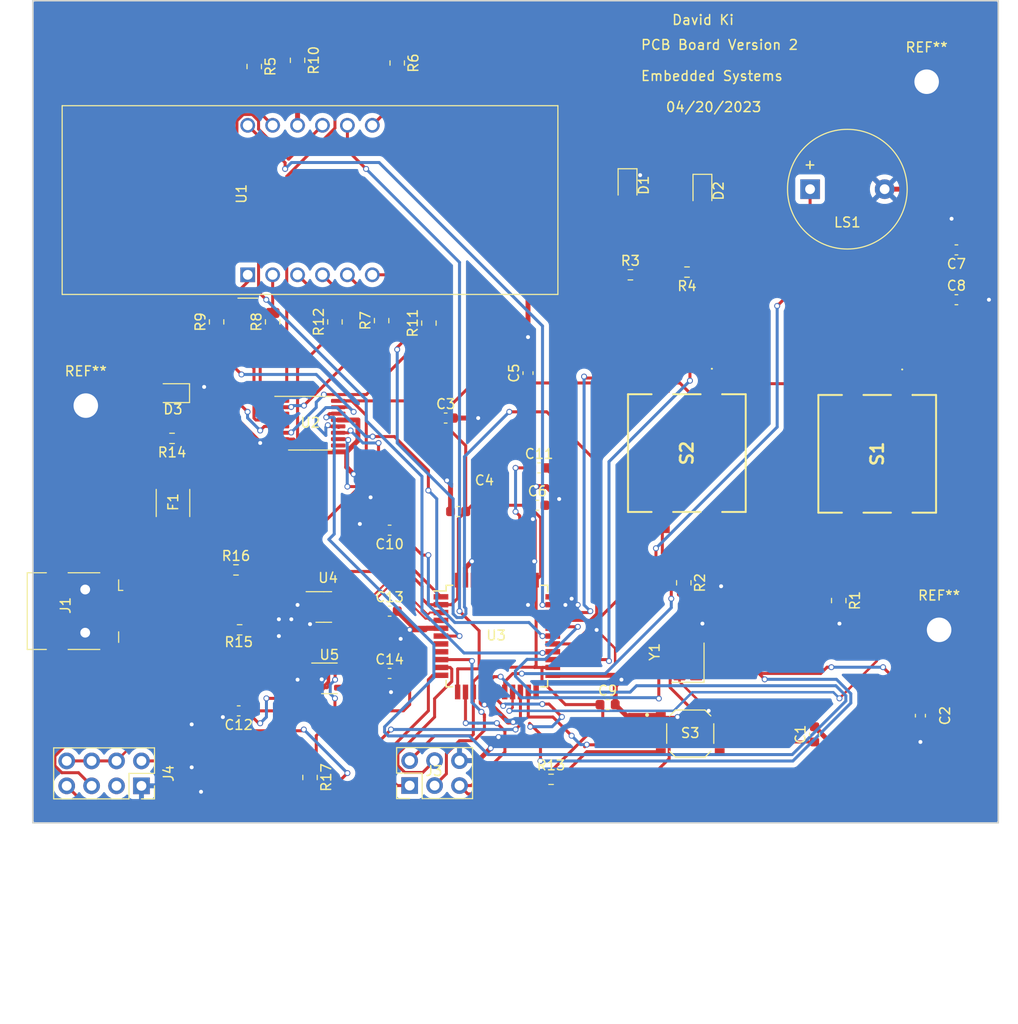
<source format=kicad_pcb>
(kicad_pcb (version 20221018) (generator pcbnew)
  (layers (0 "F.Cu" signal) (31 "B.Cu" signal) (34 "B.Paste" user) (35 "F.Paste" user) (36 "B.SilkS" user "B.Silkscreen") (37 "F.SilkS" user "F.Silkscreen") (38 "B.Mask" user) (39 "F.Mask" user) (44 "Edge.Cuts" user))
  (net 0 "")
  (net 1 "GND")
  (net 2 "Net-(D1-A)")
  (net 3 "Net-(D2-A)")
  (net 4 "+5V")
  (net 5 "Buzzer")
  (net 6 "Button_1")
  (net 7 "Button_2")
  (net 8 "RED_LED")
  (net 9 "GREEN_LED")
  (net 10 "a")
  (net 11 "Net-(U1-a)")
  (net 12 "b")
  (net 13 "Net-(U1-b)")
  (net 14 "c")
  (net 15 "Net-(U1-c)")
  (net 16 "d")
  (net 17 "Net-(U1-d)")
  (net 18 "e")
  (net 19 "Net-(U1-e)")
  (net 20 "f")
  (net 21 "Net-(U1-f)")
  (net 22 "g")
  (net 23 "Net-(U1-g)")
  (net 24 "dp")
  (net 25 "Net-(U1-DPX)")
  (net 30 "Dig4")
  (net 31 "Dig3")
  (net 32 "Dig2")
  (net 33 "Dig1")
  (net 35 "SH_CP")
  (net 36 "ST_CP")
  (net 37 "DS")
  (net 38 "XTAL2")
  (net 39 "XTAL1")
  (net 40 "RST")
  (net 41 "UCAP")
  (net 42 "AREF")
  (net 43 "Net-(U5-BP)")
  (net 44 "+3.3V")
  (net 47 "Net-(J1-D-)")
  (net 48 "Net-(J1-D+)")
  (net 49 "MISO")
  (net 50 "SCK")
  (net 51 "MOSI")
  (net 52 "TX")
  (net 54 "Net-(J4-Pin_5)")
  (net 56 "RX")
  (net 57 "USB_CONN_D+")
  (net 58 "USB_D-")
  (net 59 "USB_D+")
  (net 66 "Net-(D3-A)")
  (net 67 "Net-(J1-VBUS)")
  (footprint "Resistor_SMD:R_0805_2012Metric" (layer "F.Cu") (at 46.355 121.095 -90)
    (fp_text reference "R17")
    (fp_text value "10k")
  )
  (footprint "LED_SMD:LED_0805_2012Metric" (layer "F.Cu") (at 32.385 81.915 180)
    (fp_text reference "D3")
    (fp_text value "LED")
  )
  (footprint "Capacitor_SMD:C_0603_1608Metric" (layer "F.Cu") (at 60.185 84.455)
    (fp_text reference "C3")
    (fp_text value "0.1uF")
  )
  (footprint "LED_SMD:LED_0805_2012Metric" (layer "F.Cu") (at 86.36 61.2925 -90)
    (fp_text reference "D2")
    (fp_text value "LED")
  )
  (footprint "Capacitor_SMD:C_0603_1608Metric" (layer "F.Cu") (at 68.58 79.87 90)
    (fp_text reference "C5")
    (fp_text value "0.1uF")
  )
  (footprint "Resistor_SMD:R_0805_2012Metric" (layer "F.Cu") (at 45.085 47.9825 -90)
    (fp_text reference "R10")
    (fp_text value "100")
  )
  (footprint "Resistor_SMD:R_0805_2012Metric" (layer "F.Cu") (at 100.258335 103.059353 -90)
    (fp_text reference "R1")
    (fp_text value "10k")
  )
  (footprint "Resistor_SMD:R_0805_2012Metric" (layer "F.Cu") (at 55.245 48.26 -90)
    (fp_text reference "R6")
    (fp_text value "100")
  )
  (footprint "Connector_USB:USB_Mini-B_Lumberg_2486_01_Horizontal" (layer "F.Cu") (at 23.435 104.135 -90)
    (fp_text reference "J1")
    (fp_text value "USB_B_Mini")
  )
  (footprint "Resistor_SMD:R_0603_1608Metric" (layer "F.Cu") (at 79.0175 69.85)
    (fp_text reference "R3")
    (fp_text value "330")
  )
  (footprint "Resistor_SMD:R_0805_2012Metric" (layer "F.Cu") (at 40.667277 48.6175 -90)
    (fp_text reference "R5")
    (fp_text value "100")
  )
  (footprint "Resistor_SMD:R_0805_2012Metric" (layer "F.Cu") (at 42.545 74.6525 90)
    (fp_text reference "R8")
    (fp_text value "100")
  )
  (footprint "Capacitor_SMD:C_0603_1608Metric" (layer "F.Cu") (at 76.695 113.665)
    (fp_text reference "C9")
    (fp_text value "0.1uF")
  )
  (footprint "Resistor_SMD:R_0805_2012Metric" (layer "F.Cu") (at 84.459401 101.249623 -90)
    (fp_text reference "R2")
    (fp_text value "10k")
  )
  (footprint "Display_7Segment:CA56-12EWA" (layer "F.Cu") (at 40.005 69.85 90)
    (fp_text reference "U1")
    (fp_text value "CA56-12EWA")
  )
  (footprint "Package_SO:TSSOP-16_4.4x5mm_P0.65mm" (layer "F.Cu") (at 46.364965 84.978067)
    (fp_text reference "U2")
    (fp_text value "74HC595")
  )
  (footprint "Capacitor_SMD:C_0603_1608Metric" (layer "F.Cu") (at 69.71 89.535)
    (fp_text reference "C11")
    (fp_text value "0.1uF")
  )
  (footprint "Resistor_SMD:R_0603_1608Metric" (layer "F.Cu") (at 32.289036 86.524538 180)
    (fp_text reference "R14")
    (fp_text value "1k")
  )
  (footprint "Capacitor_SMD:C_0603_1608Metric" (layer "F.Cu") (at 69.535 93.345)
    (fp_text reference "C6")
    (fp_text value "0.1uF")
  )
  (footprint "Capacitor_SMD:C_0603_1608Metric" (layer "F.Cu") (at 97.79 116.7 90)
    (fp_text reference "C1")
    (fp_text value "22pF")
  )
  (footprint "Resistor_SMD:R_0805_2012Metric" (layer "F.Cu") (at 36.83 74.6525 90)
    (fp_text reference "R9")
    (fp_text value "100")
  )
  (footprint "Capacitor_SMD:C_0603_1608Metric" (layer "F.Cu") (at 112.255 72.39)
    (fp_text reference "C8")
    (fp_text value "0.1uF")
  )
  (footprint "Resistor_SMD:R_0805_2012Metric" (layer "F.Cu") (at 58.474704 74.775236 90)
    (fp_text reference "R11")
    (fp_text value "100")
  )
  (footprint "Package_TO_SOT_SMD:SOT-23-5" (layer "F.Cu") (at 48.329212 110.989174)
    (fp_text reference "U5")
    (fp_text value "LP2985-3.3")
  )
  (footprint "Connector_PinSocket_2.54mm:PinSocket_2x04_P2.54mm_Vertical" (layer "F.Cu") (at 29.169549 121.947651 -90)
    (fp_text reference "J4")
    (fp_text value "ESP_Conn")
  )
  (footprint "Resistor_SMD:R_0603_1608Metric" (layer "F.Cu") (at 84.789034 69.572325 180)
    (fp_text reference "R4")
    (fp_text value "330")
  )
  (footprint "Capacitor_SMD:C_0603_1608Metric" (layer "F.Cu") (at 112.255 67.31 180)
    (fp_text reference "C7")
    (fp_text value "0.1uF")
  )
  (footprint "PTS125_SMD_Button:PTS125_SMD_Button" (layer "F.Cu") (at 84.774904 88.027421 -90)
    (fp_text reference "S2")
    (fp_text value "PTS125SM43SMTR21M_LFS" hide)
  )
  (footprint "Capacitor_SMD:C_0603_1608Metric" (layer "F.Cu") (at 54.47 95.885 180)
    (fp_text reference "C10")
    (fp_text value "1uF")
  )
  (footprint "MountingHole:MountingHole_2.5mm" (layer "F.Cu") (at 23.495 83.185)
    (fp_text reference "REF**")
    (fp_text value "MountingHole_2.5mm")
  )
  (footprint "Capacitor_SMD:C_0603_1608Metric" (layer "F.Cu") (at 39.085 114.305 180)
    (fp_text reference "C12")
    (fp_text value "1uF")
  )
  (footprint "Capacitor_SMD:C_0603_1608Metric" (layer "F.Cu") (at 61.455 93.98 180)
    (fp_text reference "C4")
    (fp_text value "10uF")
  )
  (footprint "Resistor_SMD:R_0805_2012Metric" (layer "F.Cu") (at 48.895 74.6525 90)
    (fp_text reference "R12")
    (fp_text value "100")
  )
  (footprint "MountingHole:MountingHole_2.5mm" (layer "F.Cu") (at 109.22 50.165)
    (fp_text reference "REF**")
    (fp_text value "MountingHole_2.5mm")
  )
  (footprint "Crystal:Crystal_SMD_Abracon_ABM8G-4Pin_3.2x2.5mm" (layer "F.Cu") (at 84.875 109.39 90)
    (fp_text reference "Y1")
    (fp_text value "16MHz")
  )
  (footprint "LED_SMD:LED_0805_2012Metric" (layer "F.Cu") (at 78.725 60.7225 -90)
    (fp_text reference "D1")
    (fp_text value "LED")
  )
  (footprint "Resistor_SMD:R_0603_1608Metric" (layer "F.Cu") (at 38.809446 99.935555)
    (fp_text reference "R16")
    (fp_text value "22")
  )
  (footprint "Package_TO_SOT_SMD:SOT-23-6" (layer "F.Cu") (at 47.757189 103.712287)
    (fp_text reference "U4")
    (fp_text value "USBLC6-2SC6")
  )
  (footprint "Buzzer_Beeper:Buzzer_12x9.5RM7.6" (layer "F.Cu") (at 97.335439 61.120439)
    (fp_text reference "LS1")
    (fp_text value "Speaker")
  )
  (footprint "Capacitor_SMD:C_0603_1608Metric" (layer "F.Cu") (at 108.585 114.795 -90)
    (fp_text reference "C2")
    (fp_text value "22pF")
  )
  (footprint "Resistor_SMD:R_0603_1608Metric" (layer "F.Cu") (at 39.18 106.045)
    (fp_text reference "R15")
    (fp_text value "22")
  )
  (footprint "Fuse:Fuse_1812_4532Metric" (layer "F.Cu") (at 32.385 93.1125 90)
    (fp_text reference "F1")
    (fp_text value "PTCSMD")
  )
  (footprint "Capacitor_SMD:C_0603_1608Metric" (layer "F.Cu") (at 54.47 104.14)
    (fp_text reference "C13")
    (fp_text value "10nF")
  )
  (footprint "Connector_PinHeader_2.54mm:PinHeader_2x03_P2.54mm_Vertical" (layer "F.Cu") (at 56.515 121.92 90)
    (fp_text reference "J3")
    (fp_text value "AVR-ISP-6")
  )
  (footprint "Capacitor_SMD:C_0603_1608Metric" (layer "F.Cu") (at 54.47 110.49)
    (fp_text reference "C14")
    (fp_text value "2.2uF")
  )
  (footprint "Resistor_SMD:R_0603_1608Metric" (layer "F.Cu") (at 70.93 121.285)
    (fp_text reference "R13")
    (fp_text value "10k")
  )
  (footprint "PTS526_SMD_Button:PTS526_SMD_Button" (layer "F.Cu") (at 85.11806 116.61898)
    (fp_text reference "S3")
    (fp_text value "PTS526_SM08_SMTR2_LFS")
  )
  (footprint "Package_QFP:TQFP-44_10x10mm_P0.8mm" (layer "F.Cu") (at 65.405 106.68)
    (fp_text reference "U3")
    (fp_text value "ATmega32U4-A")
  )
  (footprint "PTS125_SMD_Button:PTS125_SMD_Button" (layer "F.Cu") (at 104.18 88.1 -90)
    (fp_text reference "S1")
    (fp_text value "PTS125SM43SMTR21M_LFS" hide)
  )
  (footprint "Resistor_SMD:R_0805_2012Metric" (layer "F.Cu") (at 53.653525 74.52149 90)
    (fp_text reference "R7")
    (fp_text value "100")
  )
  (footprint "MountingHole:MountingHole_2.5mm" (layer "F.Cu") (at 110.49 106.045)
    (fp_text reference "REF**")
    (fp_text value "MountingHole_2.5mm")
  )
  (gr_rect (start 18.0975 41.91) (end 116.5225 125.73) (stroke (width 0.15)) (fill none) (layer "Edge.Cuts"))
  (gr_text "David Ki\n" (at 83.185 44.45) (layer "F.SilkS") (effects (font (size 1 1)) (justify left bottom)))
  (gr_text "PCB Board Version 2" (at 80.01 46.99) (layer "F.SilkS") (effects (font (size 1 1)) (justify left bottom)))
  (gr_text "Embedded Systems" (at 80.01 50.165) (layer "F.SilkS") (effects (font (size 1 1)) (justify left bottom)))
  (gr_text "04/20/2023" (at 82.55 53.34) (layer "F.SilkS") (effects (font (size 1 1)) (justify left bottom)))
  (segment (start 85.725 106.045) (end 86.36 105.41) (width 0.5) (layer "F.Cu") (net 1))
  (segment (start 76.258884 110.68) (end 71.105 110.68) (width 0.25) (layer "F.Cu") (net 1))
  (segment (start 84.934024 101.6) (end 84.459401 102.074623) (width 0.25) (layer "F.Cu") (net 1))
  (segment (start 78.74 114.935) (end 77.47 113.665) (width 0.5) (layer "F.Cu") (net 1))
  (segment (start 50.092782 87.903067) (end 51.236933 86.758916) (width 0.5) (layer "F.Cu") (net 1))
  (segment (start 38.31 111.55) (end 43.18 106.68) (width 0.305) (layer "F.Cu") (net 1))
  (segment (start 88.265 101.6) (end 84.934024 101.6) (width 0.25) (layer "F.Cu") (net 1))
  (segment (start 75.574511 106.054511) (end 77.46 107.94) (width 0.25) (layer "F.Cu") (net 1))
  (segment (start 78.725 59.785) (end 79.915 59.785) (width 0.25) (layer "F.Cu") (net 1))
  (segment (start 56.518534 106.041466) (end 57.153534 106.041466) (width 0.5) (layer "F.Cu") (net 1))
  (segment (start 77.46 109.478884) (end 76.258884 110.68) (width 0.25) (layer "F.Cu") (net 1))
  (segment (start 71.755 90.805) (end 70.485 89.535) (width 0.5) (layer "F.Cu") (net 1))
  (segment (start 71.755 92.71) (end 71.755 90.805) (width 0.5) (layer "F.Cu") (net 1))
  (segment (start 44.45 104.966787) (end 44.45 108.165) (width 0.305) (layer "F.Cu") (net 1))
  (segment (start 68.605 100.98) (end 68.605 99.67) (width 0.5) (layer "F.Cu") (net 1))
  (segment (start 84.459401 102.074623) (end 86.36 103.975222) (width 0.25) (layer "F.Cu") (net 1))
  (segment (start 63.805 113.335) (end 64.135 113.665) (width 0.5) (layer "F.Cu") (net 1))
  (segment (start 44.45 108.165) (end 38.31 114.305) (width 0.305) (layer "F.Cu") (net 1))
  (segment (start 83.185 59.69) (end 83.85 60.355) (width 0.25) (layer "F.Cu") (net 1))
  (segment (start 58.09 106.045) (end 57.15 106.045) (width 0.5) (layer "F.Cu") (net 1))
  (segment (start 84.025 111.33) (end 84.025 110.49) (width 0.25) (layer "F.Cu") (net 1))
  (segment (start 49.227465 84.653067) (end 51.236933 84.653067) (width 0.5) (layer "F.Cu") (net 1))
  (segment (start 77.47 113.665) (end 77.47 111.76) (width 0.5) (layer "F.Cu") (net 1))
  (segment (start 32.385 114.3) (end 33.025 114.94) (width 0.5) (layer "F.Cu") (net 1))
  (segment (start 69.405 91.44) (end 70.485 91.44) (width 0.5) (layer "F.Cu") (net 1))
  (segment (start 77.46 107.94) (end 77.46 109.478884) (width 0.25) (layer "F.Cu") (net 1))
  (segment (start 44.152465 87.903067) (end 50.092782 87.903067) (width 0.5) (layer "F.Cu") (net 1))
  (segment (start 35.56 81.28) (end 41.533067 87.253067) (width 0.5) (layer "F.Cu") (net 1))
  (segment (start 45.085 111.125) (end 41.49 111.125) (width 0.5) (layer "F.Cu") (net 1))
  (segment (start 55.245 108.585) (end 54.61 107.95) (width 0.5) (layer "F.Cu") (net 1))
  (segment (start 63.5 119.38) (end 64.77 118.11) (width 0.5) (layer "F.Cu") (net 1))
  (segment (start 36.932 115.683) (end 38.31 114.305) (width 0.305) (layer "F.Cu") (net 1))
  (segment (start 56.985 105.88) (end 59.705 105.88) (width 0.5) (layer "F.Cu") (net 1))
  (segment (start 111.76 64.135) (end 108.745439 61.120439) (width 0.5) (layer "F.Cu") (net 1))
  (segment (start 71.105 110.68) (end 77.66 110.68) (width 0.5) (layer "F.Cu") (net 1))
  (segment (start 97.79 115.925) (end 99.34 117.475) (width 0.5) (layer "F.Cu") (net 1))
  (segment (start 60.68 93.98) (end 60.68 91.16) (width 0.5) (layer "F.Cu") (net 1))
  (segment (start 64.77 113.665) (end 64.135 113.665) (width 0.5) (layer "F.Cu") (net 1))
  (segment (start 67.068284 115.442913) (end 66.547913 115.442913) (width 0.5) (layer "F.Cu") (net 1))
  (segment (start 64.77 117.778704) (end 65.5705 116.978204) (width 0.5) (layer "F.Cu") (net 1))
  (segment (start 68.605 100.98) (end 68.605 103.48) (width 0.5) (layer "F.Cu") (net 1))
  (segment (start 108.745439 61.120439) (end 104.935439 61.120439) (width 0.5) (layer "F.Cu") (net 1))
  (segment (start 34.29 115.683) (end 36.932 115.683) (width 0.305) (layer "F.Cu") (net 1))
  (segment (start 68.58 79.095) (end 68.58 76.2) (width 0.5) (layer "F.Cu") (net 1))
  (segment (start 54.61 111.125) (end 55.245 110.49) (width 0.5) (layer "F.Cu") (net 1))
  (segment (start 41.533067 87.253067) (end 43.502465 87.253067) (width 0.5) (layer "F.Cu") (net 1))
  (segment (start 33.025 114.94) (end 37.47 114.94) (width 0.5) (layer "F.Cu") (net 1))
  (segment (start 63.805 112.38) (end 63.805 113.505) (width 0.5) (layer "F.Cu") (net 1))
  (segment (start 53.695 95.885) (end 52.07 95.885) (width 0.5) (layer "F.Cu") (net 1))
  (segment (start 45.085 111.125) (end 45.085 106.045) (width 0.5) (layer "F.Cu") (net 1))
  (segment (start 55.245 104.14) (end 56.985 105.88) (width 0.5) (layer "F.Cu") (net 1))
  (segment (start 70.485 91.44) (end 71.755 92.71) (width 0.5) (layer "F.Cu") (net 1))
  (segment (start 83.208235 59.69) (end 86.236576 56.661659) (width 0.25) (layer "F.Cu") (net 1))
  (segment (start 35.2425 122.555) (end 35.2425 121.012151) (width 0.305) (layer "F.Cu") (net 1))
  (segment (start 35.2425 121.012151) (end 34.29 120.059651) (width 0.305) (layer "F.Cu") (net 1))
  (segment (start 68.605 103.48) (end 68.58 103.505) (width 0.5) (layer "F.Cu") (net 1))
  (segment (start 47.191712 110.989174) (end 47.446134 110.989174) (width 0.5) (layer "F.Cu") (net 1))
  (segment (start 34.635151 121.947651) (end 35.2425 122.555) (width 0.305) (layer "F.Cu") (net 1))
  (segment (start 73.643 103.505) (end 73.643 103.488) (width 0.25) (layer "F.Cu") (net 1))
  (segment (start 62.205 100.98) (end 62.205 99.72) (width 0.5) (layer "F.Cu") (net 1))
  (segment (start 78.74 114.935) (end 78.90602 114.76898) (width 0.5) (layer "F.Cu") (net 1))
  (segment (start 60.68 91.16) (end 60.325 90.805) (width 0.5) (layer "F.Cu") (net 1))
  (segment (start 45.085 106.045) (end 45.668213 105.461787) (width 0.5) (layer "F.Cu") (net 1))
  (segment (start 86.995 114.3) (end 84.025 111.33) (width 0.25) (layer "F.Cu") (net 1))
  (segment (start 58.255 105.88) (end 59.705 105.88) (width 0.5) (layer "F.Cu") (net 1))
  (segment (start 71.105 102.68) (end 72.835 102.68) (width 0.5) (layer "F.Cu") (net 1))
  (segment (start 26.135 105.735) (end 32.385 111.985) (width 0.5) (layer "F.Cu") (net 1))
  (segment (start 85.725 106.045) (end 85.725 108.29) (width 0.5) (layer "F.Cu") (net 1))
  (segment (start 47.191712 110.989174) (end 45.220826 110.989174) (width 0.5) (layer "F.Cu") (net 1))
  (segment (start 63.805 113.505) (end 63.953644 113.653644) (width 0.5) (layer "F.Cu") (net 1))
  (segment (start 52.07 95.885) (end 51.435 95.25) (width 0.5) (layer "F.Cu") (net 1))
  (segment (start 111.48 64.415) (end 111.76 64.135) (width 0.5) (layer "F.Cu") (net 1))
  (segment (start 80.01 59.69) (end 83.185 59.69) (width 0.25) (layer "F.Cu") (net 1))
  (segment (start 78.82 59.69) (end 78.725 59.785) (width 0.25) (layer "F.Cu") (net 1))
  (segment (start 38.31 114.305) (end 38.31 111.55) (width 0.305) (layer "F.Cu") (net 1))
  (segment (start 80.01 59.69) (end 75.565 59.69) (width 0.25) (layer "F.Cu") (net 1))
  (segment (start 64.77 118.11) (end 64.77 117.778704) (width 0.5) (layer "F.Cu") (net 1))
  (segment (start 44.45 104.966787) (end 43.18 104.966787) (width 0.305) (layer "F.Cu") (net 1))
  (segment (start 72.835 102.68) (end 73.025 102.87) (width 0.5) (layer "F.Cu") (net 1))
  (segment (start 63.805 112.38) (end 63.805 113.335) (width 0.5) (layer "F.Cu") (net 1))
  (segment (start 79.915 59.785) (end 80.01 59.69) (width 0.25) (layer "F.Cu") (net 1))
  (segment (start 70.485 93.345) (end 71.12 93.345) (width 0.5) (layer "F.Cu") (net 1))
  (segment (start 41.49 111.125) (end 38.31 114.305) (width 0.5) (layer "F.Cu") (net 1))
  (segment (start 111.48 67.31) (end 111.48 64.415) (width 0.5) (layer "F.Cu") (net 1))
  (segment (start 108.585 116.205) (end 108.585 117.475) (width 0.5) (layer "F.Cu") (net 1))
  (segment (start 69.215 94.897068) (end 69.073966 94.756034) (width 0.5) (layer "F.Cu") (net 1))
  (segment (start 108.585 115.57) (end 108.585 116.205) (width 0.5) (layer "F.Cu") (net 1))
  (segment (start 78.90602 114.76898) (end 82.11806 114.76898) (width 0.5) (layer "F.Cu") (net 1))
  (segment (start 58.255 105.88) (end 58.09 106.045) (width 0.5) (layer "F.Cu") (net 1))
  (segment (start 72.39 103.505) (end 72.39 102.84) (width 0.5) (layer "F.Cu") (net 1))
  (segment (start 68.58 76.2) (end 68.58 66.675) (width 0.5) (layer "F.Cu") (net 1))
  (segment (start 34.925 81.915) (end 35.56 81.28) (width 0.5) (layer "F.Cu") (net 1))
  (segment (start 73.643 103.488) (end 73.025 102.87) (width 0.25) (layer "F.Cu") (net 1))
  (segment (start 69.215 99.06) (end 69.215 94.897068) (width 0.5) (layer "F.Cu") (net 1))
  (segment (start 41.533067 87.253067) (end 41.275 86.995) (width 0.5) (layer "F.Cu") (net 1))
  (segment (start 50.092782 89.462782) (end 50.092782 87.903067) (width 0.5) (layer "F.Cu") (net 1))
  (segment (start 75.565 59.69) (end 68.58 66.675) (width 0.25) (layer "F.Cu") (net 1))
  (segment (start 60.96 84.455) (end 63.5 84.455) (width 0.5) (layer "F.Cu") (net 1))
  (segment (start 50.8 90.17) (end 50.092782 89.462782) (width 0.5) (layer "F.Cu") (net 1))
  (segment (start 29.169549 121.947651) (end 34.635151 121.947651) (width 0.305) (layer "F.Cu") (net 1))
  (segment (start 33.3225 81.915) (end 34.925 81.915) (width 0.5) (layer "F.Cu") (net 1))
  (segment (start 61.595 119.38) (end 63.5 119.38) (width 0.5) (layer "F.Cu") (net 1))
  (segment (start 54.61 107.95) (end 55.596466 106.963534) (width 0.5) (layer "F.Cu") (net 1))
  (segment (start 83.82 114.935) (end 82.28408 114.935) (width 0.25) (layer "F.Cu") (net 1))
  (segment (start 54.61 112.395) (end 54.61 111.125) (width 0.5) (layer "F.Cu") (net 1))
  (segment (start 32.385 111.985) (end 32.385 114.3) (width 0.5) (layer "F.Cu") (net 1))
  (segment (start 86.236576 56.661659) (end 86.236576 59.836659) (width 0.5) (layer "F.Cu") (net 1))
  (segment (start 77.66 110.68) (end 78.105 111.125) (width 0.5) (layer "F.Cu") (net 1))
  (segment (start 51.435 93.632068) (end 52.531034 92.536034) (width 0.5) (layer "F.Cu") (net 1))
  (segment (start 100.476659 56.661659) (end 104.935439 61.120439) (width 0.5) (layer "F.Cu") (net 1))
  (segment (start 100.258335 105.338335) (end 100.33 105.41) (width 0.5) (layer "F.Cu") (net 1))
  (segment (start 51.435 95.25) (end 51.435 93.632068) (width 0.5) (layer "F.Cu") (net 1))
  (segment (start 71.12 93.345) (end 71.755 92.71) (width 0.5) (layer "F.Cu") (net 1))
  (segment (start 99.34 117.475) (end 108.585 117.475) (width 0.5) (layer "F.Cu") (net 1))
  (segment (start 45.085 103.505) (end 46.412402 103.505) (width 0.305) (layer "F.Cu") (net 1))
  (segment (start 72.23 102.68) (end 71.105 102.68) (width 0.5) (layer "F.Cu") (net 1))
  (segment (start 55.245 110.49) (end 55.245 108.585) (width 0.5) (layer "F.Cu") (net 1))
  (segment (start 66.547913 115.442913) (end 64.77 113.665) (width 0.5) (layer "F.Cu") (net 1))
  (segment (start 113.03 72.39) (end 115.57 72.39) (width 0.5) (layer "F.Cu") (net 1))
  (segment (start 46.412402 103.505) (end 46.619689 103.712287) (width 0.305) (layer "F.Cu") (net 1))
  (segment (start 37.47 114.94) (end 38.105 114.305) (width 0.5) (layer "F.Cu") (net 1))
  (segment (start 43.502465 87.253067) (end 44.152465 87.903067) (width 0.5) (layer "F.Cu") (net 1))
  (segment (start 86.36 103.975222) (end 86.36 105.41) (width 0.25) (layer "F.Cu") (net 1))
  (segment (start 86.236576 56.661659) (end 100.476659 56.661659) (width 0.5) (layer "F.Cu") (net 1))
  (segment (start 72.39 102.84) (end 72.23 102.68) (width 0.5) (layer "F.Cu") (net 1))
  (segment (start 45.220826 110.989174) (end 45.085 111.125) (width 0.5) (layer "F.Cu") (net 1))
  (segment (start 82.28408 114.935) (end 82.11806 114.76898) (width 0.25) (layer "F.Cu") (net 1))
  (segment (start 83.85 60.355) (end 86.36 60.355) (width 0.25) (layer "F.Cu") (net 1))
  (segment (start 45.668213 105.461787) (end 46.355 105.461787) (width 0.5) (layer "F.Cu") (net 1))
  (segment (start 51.236933 86.758916) (end 51.236933 84.653067) (width 0.5) (layer "F.Cu") (net 1))
  (segment (start 47.446134 110.989174) (end 47.54446 111.0875) (width 0.5) (layer "F.Cu") (net 1))
  (segment (start 77.47 111.76) (end 78.105 111.125) (width 0.5) (layer "F.Cu") (net 1))
  (segment (start 68.605 99.67) (end 69.215 99.06) (width 0.5) (layer "F.Cu") (net 1))
  (segment (start 62.205 99.72) (end 62.865 99.06) (width 0.5) (layer "F.Cu") (net 1))
  (segment (start 100.258335 103.884353) (end 100.258335 105.338335) (width 0.5) (layer "F.Cu") (net 1))
  (via (at 46.355 105.461787) (size 0.6) (drill 0.4) (layers "F.Cu" "B.Cu") (net 1))
  (via (at 34.29 120.059651) (size 0.6) (drill 0.4) (layers "F.Cu" "B.Cu") (net 1))
  (via (at 69.215 99.06) (size 0.6) (drill 0.4) (layers "F.Cu" "B.Cu") (net 1))
  (via (at 100.33 105.41) (size 0.6) (drill 0.4) (layers "F.Cu" "B.Cu") (net 1))
  (via (at 86.36 105.41) (size 0.6) (drill 0.4) (layers "F.Cu" "B.Cu") (net 1))
  (via (at 43.18 106.68) (size 0.6) (drill 0.4) (layers "F.Cu" "B.Cu") (net 1))
  (via (at 35.2425 122.555) (size 0.6) (drill 0.4) (layers "F.Cu" "B.Cu") (net 1))
  (via (at 68.58 103.505) (size 0.6) (drill 0.4) (layers "F.Cu" "B.Cu") (net 1))
  (via (at 34.29 115.683) (size 0.6) (drill 0.4) (layers "F.Cu" "B.Cu") (net 1))
  (via (at 56.518534 106.041466) (size 0.6) (drill 0.4) (layers "F.Cu" "B.Cu") (net 1))
  (via (at 63.5 84.455) (size 0.6) (drill 0.4) (layers "F.Cu" "B.Cu") (net 1))
  (via (at 55.596466 106.963534) (size 0.6) (drill 0.4) (layers "F.Cu" "B.Cu") (net 1))
  (via (at 83.82 114.935) (size 0.6) (drill 0.4) (layers "F.Cu" "B.Cu") (net 1))
  (via (at 45.085 111.125) (size 0.6) (drill 0.4) (layers "F.Cu" "B.Cu") (net 1))
  (via (at 88.265 101.6) (size 0.6) (drill 0.4) (layers "F.Cu" "B.Cu") (net 1))
  (via (at 80.01 59.69) (size 0.6) (drill 0.4) (layers "F.Cu" "B.Cu") (net 1))
  (via (at 62.865 99.06) (size 0.6) (drill 0.4) (layers "F.Cu" "B.Cu") (net 1))
  (via (at 41.275 86.995) (size 0.6) (drill 0.4) (layers "F.Cu" "B.Cu") (net 1))
  (via (at 43.18 104.966787) (size 0.6) (drill 0.4) (layers "F.Cu" "B.Cu") (net 1))
  (via (at 51.435 95.25) (size 0.6) (drill 0.4) (layers "F.Cu" "B.Cu") (net 1))
  (via (at 78.105 111.125) (size 0.6) (drill 0.4) (layers "F.Cu" "B.Cu") (net 1))
  (via (at 64.77 118.11) (size 0.6) (drill 0.4) (layers "F.Cu" "B.Cu") (net 1))
  (via (at 68.58 76.2) (size 0.6) (drill 0.4) (layers "F.Cu" "B.Cu") (net 1))
  (via (at 108.585 117.475) (size 0.6) (drill 0.4) (layers "F.Cu" "B.Cu") (net 1))
  (via (at 54.61 112.395) (size 0.6) (drill 0.4) (layers "F.Cu" "B.Cu") (net 1))
  (via (at 71.755 92.71) (size 0.6) (drill 0.4) (layers "F.Cu" "B.Cu") (net 1))
  (via (at 45.085 103.505) (size 0.6) (drill 0.4) (layers "F.Cu" "B.Cu") (net 1))
  (via (at 60.325 90.805) (size 0.6) (drill 0.4) (layers "F.Cu" "B.Cu") (net 1))
  (via (at 44.45 104.966787) (size 0.6) (drill 0.4) (layers "F.Cu" "B.Cu") (net 1))
  (via (at 52.531034 92.536034) (size 0.6) (drill 0.4) (layers "F.Cu" "B.Cu") (net 1))
  (via (at 50.8 90.17) (size 0.6) (drill 0.4) (layers "F.Cu" "B.Cu") (net 1))
  (via (at 73.643 103.505) (size 0.6) (drill 0.4) (layers "F.Cu" "B.Cu") (net 1))
  (via (at 75.574511 106.054511) (size 0.6) (drill 0.4) (layers "F.Cu" "B.Cu") (net 1))
  (via (at 86.995 114.3) (size 0.6) (drill 0.4) (layers "F.Cu" "B.Cu") (net 1))
  (via (at 64.135 113.665) (size 0.6) (drill 0.4) (layers "F.Cu" "B.Cu") (net 1))
  (via (at 65.5705 116.978204) (size 0.6) (drill 0.4) (layers "F.Cu" "B.Cu") (net 1))
  (via (at 47.54446 111.0875) (size 0.6) (drill 0.4) (layers "F.Cu" "B.Cu") (net 1))
  (via (at 111.76 64.135) (size 0.6) (drill 0.4) (layers "F.Cu" "B.Cu") (net 1))
  (via (at 73.025 102.87) (size 0.6) (drill 0.4) (layers "F.Cu" "B.Cu") (net 1))
  (via (at 35.56 81.28) (size 0.6) (drill 0.4) (layers "F.Cu" "B.Cu") (net 1))
  (via (at 37.47 114.94) (size 0.6) (drill 0.4) (layers "F.Cu" "B.Cu") (net 1))
  (via (at 67.068284 115.442913) (size 0.6) (drill 0.4) (layers "F.Cu" "B.Cu") (net 1))
  (via (at 72.39 103.505) (size 0.6) (drill 0.4) (layers "F.Cu" "B.Cu") (net 1))
  (via (at 69.073966 94.756034) (size 0.6) (drill 0.4) (layers "F.Cu" "B.Cu") (net 1))
  (via (at 69.405 91.44) (size 0.6) (drill 0.4) (layers "F.Cu" "B.Cu") (net 1))
  (via (at 115.57 72.39) (size 0.6) (drill 0.4) (layers "F.Cu" "B.Cu") (net 1))
  (segment (start 68.06 115.847873) (end 67.65504 115.442913) (width 0.5) (layer "B.Cu") (net 1))
  (segment (start 43.18 104.966787) (end 43.623213 104.966787) (width 0.305) (layer "B.Cu") (net 1))
  (segment (start 65.5705 116.978204) (end 67.597457 116.978204) (width 0.5) (layer "B.Cu") (net 1))
  (segment (start 43.18 106.68) (end 43.18 106.236787) (width 0.305) (layer "B.Cu") (net 1))
  (segment (start 46.355 105.461787) (end 46.355 104.497787) (width 0.5) (layer "B.Cu") (net 1))
  (segment (start 52.531034 92.536034) (end 52.531034 91.901034) (width 0.5) (layer "B.Cu") (net 1))
  (segment (start 43.623213 104.966787) (end 45.085 103.505) (width 0.305) (layer "B.Cu") (net 1))
  (segment (start 55.596466 106.963534) (end 56.518534 106.041466) (width 0.5) (layer "B.Cu") (net 1))
  (segment (start 69.073966 94.756034) (end 69.073966 91.771034) (width 0.5) (layer "B.Cu") (net 1))
  (segment (start 47.54446 111.0875) (end 48.25696 110.375) (width 0.5) (layer "B.Cu") (net 1))
  (segment (start 69.073966 91.771034) (end 69.405 91.44) (width 0.5) (layer "B.Cu") (net 1))
  (segment (start 68.58 103.505) (end 69.33 104.255) (width 0.5) (layer "B.Cu") (net 1))
  (segment (start 52.531034 91.901034) (end 50.8 90.17) (width 0.5) (layer "B.Cu") (net 1))
  (segment (start 86.995 114.3) (end 86.36 114.935) (width 0.25) (layer "B.Cu") (net 1))
  (segment (start 46.355 104.497787) (end 46.99 103.862787) (width 0.5) (layer "B.Cu") (net 1))
  (segment (start 67.597457 116.978204) (end 68.06 116.515661) (width 0.5) (layer "B.Cu") (net 1))
  (segment (start 48.25696 110.375) (end 52.59 110.375) (width 0.5) (layer "B.Cu") (net 1))
  (segment (start 75.574511 106.054511) (end 73.643 104.123) (width 0.25) (layer "B.Cu") (net 1))
  (segment (start 68.06 116.515661) (end 68.06 115.847873) (width 0.5) (layer "B.Cu") (net 1))
  (segment (start 67.65504 115.442913) (end 67.068284 115.442913) (width 0.5) (layer "B.Cu") (net 1))
  (segment (start 43.18 106.236787) (end 44.45 104.966787) (width 0.305) (layer "B.Cu") (net 1))
  (segment (start 69.33 104.255) (end 71.64 104.255) (width 0.5) (layer "B.Cu") (net 1))
  (segment (start 86.36 114.935) (end 83.82 114.935) (width 0.25) (layer "B.Cu") (net 1))
  (segment (start 73.643 104.123) (end 73.643 103.505) (width 0.25) (layer "B.Cu") (net 1))
  (segment (start 71.64 104.255) (end 72.39 103.505) (width 0.5) (layer "B.Cu") (net 1))
  (segment (start 52.59 110.375) (end 54.61 112.395) (width 0.5) (layer "B.Cu") (net 1))
  (segment (start 34.29 120.059651) (end 34.29 115.683) (width 0.305) (layer "B.Cu") (net 1))
  (segment (start 78.725 61.66) (end 79.93 62.865) (width 0.25) (layer "F.Cu") (net 2))
  (segment (start 79.93 62.865) (end 79.93 69.85) (width 0.25) (layer "F.Cu") (net 2))
  (segment (start 84.097675 69.572325) (end 83.876534 69.572325) (width 0.25) (layer "F.Cu") (net 3))
  (segment (start 86.36 67.31) (end 84.097675 69.572325) (width 0.25) (layer "F.Cu") (net 3))
  (segment (start 86.36 62.23) (end 86.36 67.31) (width 0.25) (layer "F.Cu") (net 3))
  (segment (start 48.080826 111.939174) (end 48.26 111.76) (width 0.305) (layer "F.Cu") (net 4))
  (segment (start 111.48 68.86) (end 113.03 67.31) (width 0.305) (layer "F.Cu") (net 4))
  (segment (start 60.76 103.48) (end 61.405 102.835) (width 0.305) (layer "F.Cu") (net 4))
  (segment (start 47.6425 99.0775) (end 47.6425 107.412) (width 0.305) (layer "F.Cu") (net 4))
  (segment (start 47.879689 102.404145) (end 50.186315 100.097519) (width 0.305) (layer "F.Cu") (net 4))
  (segment (start 32.385 90.975) (end 33.201536 90.158464) (width 0.305) (layer "F.Cu") (net 4))
  (segment (start 47.191712 111.939174) (end 48.080826 111.939174) (width 0.305) (layer "F.Cu") (net 4))
  (segment (start 69.8675 94.6275) (end 69.8675 100.5175) (width 0.305) (layer "F.Cu") (net 4))
  (segment (start 61.405 102.835) (end 61.405 100.98) (width 0.305) (layer "F.Cu") (net 4))
  (segment (start 45.72 97.155) (end 47.6425 99.0775) (width 0.305) (layer "F.Cu") (net 4))
  (segment (start 47.614854 110.039174) (end 47.191712 110.039174) (width 0.305) (layer "F.Cu") (net 4))
  (segment (start 33.201536 90.158464) (end 33.201536 86.524538) (width 0.305) (layer "F.Cu") (net 4))
  (segment (start 46.524028 113.03) (end 41.91 113.03) (width 0.305) (layer "F.Cu") (net 4))
  (segment (start 48.687402 103.505) (end 48.894689 103.712287) (width 0.305) (layer "F.Cu") (net 4))
  (segment (start 70.105 121.285) (end 75.185 116.205) (width 0.305) (layer "F.Cu") (net 4))
  (segment (start 71.105 109.88) (end 70.05 109.88) (width 0.305) (layer "F.Cu") (net 4))
  (segment (start 56.282519 100.097519) (end 57.785 101.6) (width 0.305) (layer "F.Cu") (net 4))
  (segment (start 47.634689 104.549145) (end 48.471547 103.712287) (width 0.305) (layer "F.Cu") (net 4))
  (segment (start 59.41 84.455) (end 62.23 87.275) (width 0.305) (layer "F.Cu") (net 4))
  (segment (start 51.435 91.44) (end 45.72 97.155) (width 0.305) (layer "F.Cu") (net 4))
  (segment (start 48.471547 103.712287) (end 47.879689 103.120429) (width 0.305) (layer "F.Cu") (net 4))
  (segment (start 49.227465 86.603067) (end 50.158459 86.603067) (width 0.305) (layer "F.Cu") (net 4))
  (segment (start 49.227465 82.703067) (end 50.605842 82.703067) (width 0.305) (layer "F.Cu") (net 4))
  (segment (start 70.05 109.88) (end 70.0025 109.9275) (width 0.305) (layer "F.Cu") (net 4))
  (segment (start 69.215 109.855) (end 69.24 109.88) (width 0.305) (layer "F.Cu") (net 4))
  (segment (start 75.185 116.205) (end 76.2 116.205) (width 0.305) (layer "F.Cu") (net 4))
  (segment (start 68.585 93.345) (end 69.8675 94.6275) (width 0.305) (layer "F.Cu") (net 4))
  (segment (start 57.785 102.87) (end 58.395 103.48) (width 0.305) (layer "F.Cu") (net 4))
  (segment (start 52.0875 90.7875) (end 51.435 91.44) (width 0.305) (layer "F.Cu") (net 4))
  (segment (start 84.052421 80.877421) (end 86.995 83.82) (width 0.305) (layer "F.Cu") (net 4))
  (segment (start 63.22 80.645) (end 59.41 84.455) (width 0.305) (layer "F.Cu") (net 4))
  (segment (start 111.48 72.39) (end 111.48 68.86) (width 0.305) (layer "F.Cu") (net 4))
  (segment (start 70.0025 111.2775) (end 72.39 113.665) (width 0.305) (layer "F.Cu") (net 4))
  (segment (start 48.471547 103.712287) (end 48.894689 103.712287) (width 0.305) (layer "F.Cu") (net 4))
  (segment (start 47.634689 100.957691) (end 47.634689 103.505) (width 0.305) (layer "F.Cu") (net 4))
  (segment (start 103.835 80.95) (end 101.68 80.95) (width 0.305) (layer "F.Cu") (net 4))
  (segment (start 72.39 113.665) (end 75.92 113.665) (width 0.305) (layer "F.Cu") (net 4))
  (segment (start 33.201536 86.524538) (end 47.634689 100.957691) (width 0.305) (layer "F.Cu") (net 4))
  (segment (start 62.23 87.275) (end 62.23 93.98) (width 0.305) (layer "F.Cu") (net 4))
  (segment (start 70.0025 109.9275) (end 70.0025 111.2775) (width 0.305) (layer "F.Cu") (net 4))
  (segment (start 47.634689 109.596197) (end 47.634689 104.549145) (width 0.305) (layer "F.Cu") (net 4))
  (segment (start 61.4825 94.7275) (end 62.23 93.98) (width 0.305) (layer "F.Cu") (net 4))
  (segment (start 47.6425 107.412) (end 48.206712 107.976212) (width 0.305) (layer "F.Cu") (net 4))
  (segment (start 64.475 109.855) (end 69.215 109.855) (width 0.305) (layer "F.Cu") (net 4))
  (segment (start 41.125 115.57) (end 39.86 114.305) (width 0.305) (layer "F.Cu") (net 4))
  (segment (start 50.158459 86.603067) (end 50.243936 86.688544) (width 0.305) (layer "F.Cu") (net 4))
  (segment (start 44.825886 114.305) (end 47.191712 111.939174) (width 0.305) (layer "F.Cu") (net 4))
  (segment (start 47.879689 103.120429) (end 47.879689 102.404145) (width 0.305) (layer "F.Cu") (net 4))
  (segment (start 48.26 111.76) (end 48.26 110.68432) (width 0.305) (layer "F.Cu") (net 4))
  (segment (start 76.2 116.205) (end 76.2 113.945) (width 0.305) (layer "F.Cu") (net 4))
  (segment (start 62.23 93.98) (end 62.865 93.345) (width 0.305) (layer "F.Cu") (net 4))
  (segment (start 57.658067 82.703067) (end 59.41 84.455) (width 0.305) (layer "F.Cu") (net 4))
  (segment (start 47.191712 110.039174) (end 47.634689 109.596197) (width 0.305) (layer "F.Cu") (net 4))
  (segment (start 69.24 109.88) (end 71.105 109.88) (width 0.305) (layer "F.Cu") (net 4))
  (segment (start 58.395 103.48) (end 59.705 103.48) (width 0.305) (layer "F.Cu") (net 4))
  (segment (start 48.26 110.68432) (end 47.614854 110.039174) (width 0.305) (layer "F.Cu") (net 4))
  (segment (start 69.405 100.98) (end 69.405 109.665) (width 0.305) (layer "F.Cu") (net 4))
  (segment (start 76.2 113.945) (end 75.92 113.665) (width 0.305) (layer "F.Cu") (net 4))
  (segment (start 61.4825 100.9025) (end 61.4825 94.7275) (width 0.305) (layer "F.Cu") (net 4))
  (segment (start 48.206712 111.347316) (end 46.524028 113.03) (width 0.305) (layer "F.Cu") (net 4))
  (segment (start 59.055 116.84) (end 62.865 116.84) (width 0.305) (layer "F.Cu") (net 4))
  (segment (start 63.005 112.38) (end 63.005 111.325) (width 0.305) (layer "F.Cu") (net 4))
  (segment (start 68.58 80.645) (end 68.812421 80.877421) (width 0.305) (layer "F.Cu") (net 4))
  (segment (start 57.785 101.6) (end 57.785 102.87) (width 0.305) (layer "F.Cu") (net 4))
  (segment (start 49.227465 82.703067) (end 57.658067 82.703067) (width 0.305) (layer "F.Cu") (net 4))
  (segment (start 56.515 119.38) (end 59.055 116.84) (width 0.305) (layer "F.Cu") (net 4))
  (segment (start 82.274904 80.877421) (end 84.052421 80.877421) (width 0.305) (layer "F.Cu") (net 4))
  (segment (start 68.58 80.645) (end 63.22 80.645) (width 0.305) (layer "F.Cu") (net 4))
  (segment (start 69.8675 100.5175) (end 69.405 100.98) (width 0.305) (layer "F.Cu") (net 4))
  (segment (start 47.634689 103.505) (end 48.687402 103.505) (width 0.305) (layer "F.Cu") (net 4))
  (segment (start 62.865 116.84) (end 63.005 116.7) (width 0.305) (layer "F.Cu") (net 4))
  (segment (start 41.275 115.57) (end 41.125 115.57) (width 0.305) (layer "F.Cu") (net 4))
  (segment (start 62.865 93.345) (end 68.585 93.345) (width 0.305) (layer "F.Cu") (net 4))
  (segment (start 63.005 116.7) (end 63.005 112.38) (width 0.305) (layer "F.Cu") (net 4))
  (segment (start 111.48 73.305) (end 103.835 80.95) (width 0.305) (layer "F.Cu") (net 4))
  (segment (start 48.206712 107.976212) (end 48.206712 111.347316) (width 0.305) (layer "F.Cu") (net 4))
  (segment (start 50.165 91.44) (end 51.435 91.44) (width 0.305) (layer "F.Cu") (net 4))
  (segment (start 39.86 114.305) (end 44.825886 114.305) (width 0.305) (layer "F.Cu") (net 4))
  (segment (start 69.405 109.665) (end 69.215 109.855) (width 0.305) (layer "F.Cu") (net 4))
  (segment (start 52.0875 84.184725) (end 52.0875 90.7875) (width 0.305) (layer "F.Cu") (net 4))
  (segment (start 61.405 100.98) (end 61.4825 100.9025) (width 0.305) (layer "F.Cu") (net 4))
  (segment (start 63.005 111.325) (end 64.475 109.855) (width 0.305) (layer "F.Cu") (net 4))
  (segment (start 89.865 80.95) (end 101.68 80.95) (width 0.305) (layer "F.Cu") (net 4))
  (segment (start 68.812421 80.877421) (end 82.274904 80.877421) (width 0.305) (layer "F.Cu") (net 4))
  (segment (start 111.48 72.39) (end 111.48 73.305) (width 0.305) (layer "F.Cu") (net 4))
  (segment (start 86.995 83.82) (end 89.865 80.95) (width 0.305) (layer "F.Cu") (net 4))
  (segment (start 50.186315 100.097519) (end 56.282519 100.097519) (width 0.305) (layer "F.Cu") (net 4))
  (segment (start 59.705 103.48) (end 60.76 103.48) (width 0.305) (layer "F.Cu") (net 4))
  (segment (start 50.605842 82.703067) (end 52.0875 84.184725) (width 0.305) (layer "F.Cu") (net 4))
  (via (at 50.165 91.44) (size 0.6) (drill 0.4) (layers "F.Cu" "B.Cu") (net 4))
  (via (at 41.275 115.57) (size 0.6) (drill 0.4) (layers "F.Cu" "B.Cu") (net 4))
  (via (at 41.91 113.03) (size 0.6) (drill 0.4) (layers "F.Cu" "B.Cu") (net 4))
  (via (at 50.243936 86.688544) (size 0.6) (drill 0.4) (layers "F.Cu" "B.Cu") (net 4))
  (segment (start 50.1475 91.4225) (end 50.165 91.44) (width 0.305) (layer "B.Cu") (net 4))
  (segment (start 50.243936 86.688544) (end 50.1475 86.78498) (width 0.305) (layer "B.Cu") (net 4))
  (segment (start 50.1475 86.78498) (end 50.1475 91.4225) (width 0.305) (layer "B.Cu") (net 4))
  (segment (start 41.91 113.03) (end 41.91 114.935) (width 0.305) (layer "B.Cu") (net 4))
  (segment (start 41.91 114.935) (end 41.275 115.57) (width 0.305) (layer "B.Cu") (net 4))
  (segment (start 97.335439 69.669561) (end 97.335439 61.120439) (width 0.305) (layer "F.Cu") (net 5))
  (segment (start 71.105 107.48) (end 73.226953 107.48) (width 0.305) (layer "F.Cu") (net 5))
  (segment (start 93.98 73.025) (end 97.335439 69.669561) (width 0.305) (layer "F.Cu") (net 5))
  (segment (start 73.226953 107.48) (end 81.622904 99.084049) (width 0.305) (layer "F.Cu") (net 5))
  (segment (start 81.622904 99.084049) (end 81.622904 97.73089) (width 0.305) (layer "F.Cu") (net 5))
  (via (at 81.622904 97.73089) (size 0.6) (drill 0.4) (layers "F.Cu" "B.Cu") (net 5))
  (via (at 93.98 73.025) (size 0.6) (drill 0.4) (layers "F.Cu" "B.Cu") (net 5))
  (segment (start 93.98 85.373794) (end 93.98 73.025) (width 0.305) (layer "B.Cu") (net 5))
  (segment (start 81.622904 97.73089) (end 93.98 85.373794) (width 0.305) (layer "B.Cu") (net 5))
  (segment (start 101.68 100.812688) (end 101.68 95.25) (width 0.25) (layer "F.Cu") (net 6))
  (segment (start 104.13 103.881116) (end 104.13 109.23) (width 0.25) (layer "F.Cu") (net 6))
  (segment (start 100.258335 102.234353) (end 102.483237 102.234353) (width 0.25) (layer "F.Cu") (net 6))
  (segment (start 100.258335 102.234353) (end 101.68 100.812688) (width 0.25) (layer "F.Cu") (net 6))
  (segment (start 102.483237 102.234353) (end 104.13 103.881116) (width 0.25) (layer "F.Cu") (net 6))
  (segment (start 66.675 114.3) (end 67.005 113.97) (width 0.25) (layer "F.Cu") (net 6))
  (segment (start 67.005 113.97) (end 67.005 112.38) (width 0.25) (layer "F.Cu") (net 6))
  (segment (start 104.13 109.23) (end 100.33 113.03) (width 0.25) (layer "F.Cu") (net 6))
  (via (at 66.675 114.3) (size 0.6) (drill 0.4) (layers "F.Cu" "B.Cu") (net 6))
  (via (at 100.33 113.03) (size 0.6) (drill 0.4) (layers "F.Cu" "B.Cu") (net 6))
  (segment (start 99.705 112.405) (end 85.328884 112.405) (width 0.25) (layer "B.Cu") (net 6))
  (segment (start 85.328884 112.405) (end 83.433884 114.3) (width 0.25) (layer "B.Cu") (net 6))
  (segment (start 83.433884 114.3) (end 66.675 114.3) (width 0.25) (layer "B.Cu") (net 6))
  (segment (start 100.33 113.03) (end 99.705 112.405) (width 0.25) (layer "B.Cu") (net 6))
  (segment (start 66.205 111.325) (end 67.023 110.507) (width 0.305) (layer "F.Cu") (net 7))
  (segment (start 82.274904 98.240126) (end 83.000126 98.240126) (width 0.305) (layer "F.Cu") (net 7))
  (segment (start 83.185 99.695) (end 83.82 99.06) (width 0.305) (layer "F.Cu") (net 7))
  (segment (start 84.459401 99.699401) (end 87.625599 99.699401) (width 0.305) (layer "F.Cu") (net 7))
  (segment (start 83.000126 98.240126) (end 83.82 99.06) (width 0.305) (layer "F.Cu") (net 7))
  (segment (start 83.82 99.06) (end 84.459401 99.699401) (width 0.305) (layer "F.Cu") (net 7))
  (segment (start 82.274904 95.177421) (end 82.274904 98.240126) (width 0.305) (layer "F.Cu") (net 7))
  (segment (start 87.625599 99.699401) (end 86.900377 100.424623) (width 0.305) (layer "F.Cu") (net 7))
  (segment (start 83.185 102.87) (end 83.185 99.695) (width 0.305) (layer "F.Cu") (net 7))
  (segment (start 84.459401 100.424623) (end 86.900377 100.424623) (width 0.305) (layer "F.Cu") (net 7))
  (segment (start 66.205 112.38) (end 66.205 111.325) (width 0.305) (layer "F.Cu") (net 7))
  (segment (start 67.023 110.507) (end 67.945 110.507) (width 0.305) (layer "F.Cu") (net 7))
  (via (at 83.185 102.87) (size 0.6) (drill 0.4) (layers "F.Cu" "B.Cu") (net 7))
  (via (at 67.945 110.507) (size 0.6) (drill 0.4) (layers "F.Cu" "B.Cu") (net 7))
  (segment (start 83.185 103.792775) (end 83.185 102.87) (width 0.305) (layer "B.Cu") (net 7))
  (segment (start 67.945 110.507) (end 76.470775 110.507) (width 0.305) (layer "B.Cu") (net 7))
  (segment (start 76.470775 110.507) (end 83.185 103.792775) (width 0.305) (layer "B.Cu") (net 7))
  (segment (start 78.105 80.01) (end 77.742579 80.372421) (width 0.305) (layer "F.Cu") (net 8))
  (segment (start 74.295 80.372421) (end 74.295 80.225421) (width 0.305) (layer "F.Cu") (net 8))
  (segment (start 74.79 104.28) (end 71.105 104.28) (width 0.305) (layer "F.Cu") (net 8))
  (segment (start 77.742579 80.372421) (end 74.295 80.372421) (width 0.305) (layer "F.Cu") (net 8))
  (segment (start 78.105 69.85) (end 78.105 80.01) (width 0.305) (layer "F.Cu") (net 8))
  (segment (start 74.93 104.14) (end 74.79 104.28) (width 0.305) (layer "F.Cu") (net 8))
  (via (at 74.93 104.14) (size 0.6) (drill 0.4) (layers "F.Cu" "B.Cu") (net 8))
  (via (at 74.295 80.225421) (size 0.6) (drill 0.4) (layers "F.Cu" "B.Cu") (net 8))
  (segment (start 74.295 103.505) (end 74.93 104.14) (width 0.305) (layer "B.Cu") (net 8))
  (segment (start 74.295 80.225421) (end 74.295 103.505) (width 0.305) (layer "B.Cu") (net 8))
  (segment (start 76.695 109.08) (end 71.105 109.08) (width 0.305) (layer "F.Cu") (net 9))
  (segment (start 85.09 70.183859) (end 85.09 80.645) (width 0.305) (layer "F.Cu") (net 9))
  (segment (start 76.835 109.22) (end 76.695 109.08) (width 0.305) (layer "F.Cu") (net 9))
  (segment (start 85.701534 69.572325) (end 85.09 70.183859) (width 0.305) (layer "F.Cu") (net 9))
  (via (at 76.835 109.22) (size 0.6) (drill 0.4) (layers "F.Cu" "B.Cu") (net 9))
  (via (at 85.09 80.645) (size 0.6) (drill 0.4) (layers "F.Cu" "B.Cu") (net 9))
  (segment (start 85.09 80.645) (end 76.835 88.9) (width 0.305) (layer "B.Cu") (net 9))
  (segment (start 76.835 88.9) (end 76.835 109.22) (width 0.305) (layer "B.Cu") (net 9))
  (segment (start 40.667277 47.705) (end 35.7775 52.594777) (width 0.305) (layer "F.Cu") (net 10))
  (segment (start 35.7775 52.594777) (end 35.7775 76.4175) (width 0.305) (layer "F.Cu") (net 10))
  (segment (start 35.7775 76.4175) (end 39.37 80.01) (width 0.305) (layer "F.Cu") (net 10))
  (segment (start 50.333067 83.353067) (end 49.227465 83.353067) (width 0.305) (layer "F.Cu") (net 10))
  (segment (start 50.8 83.82) (end 50.333067 83.353067) (width 0.305) (layer "F.Cu") (net 10))
  (via (at 39.37 80.01) (size 0.6) (drill 0.4) (layers "F.Cu" "B.Cu") (net 10))
  (via (at 50.8 83.82) (size 0.6) (drill 0.4) (layers "F.Cu" "B.Cu") (net 10))
  (segment (start 46.99 80.01) (end 50.8 83.82) (width 0.305) (layer "B.Cu") (net 10))
  (segment (start 39.37 80.01) (end 46.99 80.01) (width 0.305) (layer "B.Cu") (net 10))
  (segment (start 40.667277 52.732277) (end 42.545 54.61) (width 0.305) (layer "F.Cu") (net 11))
  (segment (start 40.667277 49.53) (end 40.667277 52.732277) (width 0.305) (layer "F.Cu") (net 11))
  (segment (start 55.245 47.3475) (end 53.08972 47.3475) (width 0.25) (layer "F.Cu") (net 12))
  (segment (start 48.895 48.895) (end 50.8 46.99) (width 0.305) (layer "F.Cu") (net 12))
  (segment (start 43.502465 82.703067) (end 43.9825 82.223032) (width 0.305) (layer "F.Cu") (net 12))
  (segment (start 43.9825 59.811671) (end 48.895 54.899171) (width 0.305) (layer "F.Cu") (net 12))
  (segment (start 48.895 54.899171) (end 48.895 48.895) (width 0.305) (layer "F.Cu") (net 12))
  (segment (start 43.9825 82.223032) (end 43.9825 59.811671) (width 0.305) (layer "F.Cu") (net 12))
  (segment (start 51.1575 47.3475) (end 53.08972 47.3475) (width 0.305) (layer "F.Cu") (net 12))
  (segment (start 50.8 46.99) (end 51.1575 47.3475) (width 0.305) (layer "F.Cu") (net 12))
  (segment (start 55.245 49.1725) (end 55.245 52.07) (width 0.305) (layer "F.Cu") (net 13))
  (segment (start 55.245 52.07) (end 52.705 54.61) (width 0.305) (layer "F.Cu") (net 13))
  (segment (start 43.529463 83.326069) (end 43.502465 83.353067) (width 0.305) (layer "F.Cu") (net 14))
  (segment (start 53.47101 75.43399) (end 45.72 83.185) (width 0.305) (layer "F.Cu") (net 14))
  (segment (start 53.653525 75.43399) (end 53.47101 75.43399) (width 0.305) (layer "F.Cu") (net 14))
  (segment (start 44.433 83.326069) (end 43.529463 83.326069) (width 0.305) (layer "F.Cu") (net 14))
  (segment (start 45.72 83.185) (end 45.737 83.185) (width 0.305) (layer "F.Cu") (net 14))
  (via (at 45.737 83.185) (size 0.6) (drill 0.4) (layers "F.Cu" "B.Cu") (net 14))
  (via (at 44.433 83.326069) (size 0.6) (drill 0.4) (layers "F.Cu" "B.Cu") (net 14))
  (segment (start 44.574069 83.185) (end 44.433 83.326069) (width 0.305) (layer "B.Cu") (net 14))
  (segment (start 45.737 83.185) (end 44.574069 83.185) (width 0.305) (layer "B.Cu") (net 14))
  (segment (start 53.653525 73.60899) (end 51.38399 73.60899) (width 0.305) (layer "F.Cu") (net 15))
  (segment (start 51.38399 73.60899) (end 47.625 69.85) (width 0.305) (layer "F.Cu") (net 15))
  (segment (start 42.545 75.565) (end 41.275 76.835) (width 0.305) (layer "F.Cu") (net 16))
  (segment (start 41.275 76.835) (end 41.275 83.82) (width 0.305) (layer "F.Cu") (net 16))
  (segment (start 41.275 83.82) (end 41.458067 84.003067) (width 0.305) (layer "F.Cu") (net 16))
  (segment (start 41.458067 84.003067) (end 43.502465 84.003067) (width 0.305) (layer "F.Cu") (net 16))
  (segment (start 42.545 73.74) (end 42.545 69.85) (width 0.305) (layer "F.Cu") (net 17))
  (segment (start 36.83 75.565) (end 40.64 79.375) (width 0.305) (layer "F.Cu") (net 18))
  (segment (start 40.64 84.455) (end 40.838067 84.653067) (width 0.305) (layer "F.Cu") (net 18))
  (segment (start 40.838067 84.653067) (end 43.502465 84.653067) (width 0.305) (layer "F.Cu") (net 18))
  (segment (start 40.64 79.375) (end 40.64 84.455) (width 0.305) (layer "F.Cu") (net 18))
  (segment (start 36.83 73.74) (end 40.005 70.565) (width 0.305) (layer "F.Cu") (net 19))
  (segment (start 40.005 70.565) (end 40.005 69.85) (width 0.305) (layer "F.Cu") (net 19))
  (segment (start 35.2725 79.1045) (end 39.988 83.82) (width 0.305) (layer "F.Cu") (net 20))
  (segment (start 35.2725 51.0875) (end 35.2725 79.1045) (width 0.305) (layer "F.Cu") (net 20))
  (segment (start 41.696933 85.303067) (end 43.502465 85.303067) (width 0.305) (layer "F.Cu") (net 20))
  (segment (start 44.855 46.84) (end 39.52 46.84) (width 0.305) (layer "F.Cu") (net 20))
  (segment (start 45.085 47.07) (end 44.855 46.84) (width 0.305) (layer "F.Cu") (net 20))
  (segment (start 39.52 46.84) (end 35.2725 51.0875) (width 0.305) (layer "F.Cu") (net 20))
  (segment (start 41.275 85.725) (end 41.696933 85.303067) (width 0.305) (layer "F.Cu") (net 20))
  (via (at 41.275 85.725) (size 0.6) (drill 0.4) (layers "F.Cu" "B.Cu") (net 20))
  (via (at 39.988 83.82) (size 0.6) (drill 0.4) (layers "F.Cu" "B.Cu") (net 20))
  (segment (start 39.988 84.438) (end 41.275 85.725) (width 0.305) (layer "B.Cu") (net 20))
  (segment (start 39.988 83.82) (end 39.988 84.438) (width 0.305) (layer "B.Cu") (net 20))
  (segment (start 45.085 54.61) (end 45.085 48.895) (width 0.5) (layer "F.Cu") (net 21))
  (segment (start 43.502465 85.953067) (end 44.406002 85.953067) (width 0.305) (layer "F.Cu") (net 22))
  (segment (start 44.406002 85.953067) (end 44.433 85.926069) (width 0.305) (layer "F.Cu") (net 22))
  (segment (start 47.768534 82.058534) (end 52.103906 82.058534) (width 0.305) (layer "F.Cu") (net 22))
  (segment (start 52.103906 82.058534) (end 58.474704 75.687736) (width 0.305) (layer "F.Cu") (net 22))
  (via (at 47.768534 82.058534) (size 0.6) (drill 0.4) (layers "F.Cu" "B.Cu") (net 22))
  (via (at 44.433 85.926069) (size 0.6) (drill 0.4) (layers "F.Cu" "B.Cu") (net 22))
  (segment (start 44.433 85.926069) (end 46.99 83.369069) (width 0.305) (layer "B.Cu") (net 22))
  (segment (start 46.99 83.369069) (end 46.99 82.837068) (width 0.305) (layer "B.Cu") (net 22))
  (segment (start 46.99 82.837068) (end 47.768534 82.058534) (width 0.305) (layer "B.Cu") (net 22))
  (segment (start 56.366968 71.755) (end 51.435 71.755) (width 0.305) (layer "F.Cu") (net 23))
  (segment (start 51.435 71.12) (end 50.165 69.85) (width 0.305) (layer "F.Cu") (net 23))
  (segment (start 58.474704 73.862736) (end 56.366968 71.755) (width 0.305) (layer "F.Cu") (net 23))
  (segment (start 51.435 71.755) (end 51.435 71.12) (width 0.305) (layer "F.Cu") (net 23))
  (segment (start 45.085 86.995) (end 44.693067 86.603067) (width 0.305) (layer "F.Cu") (net 24))
  (segment (start 48.895 75.565) (end 45.085 79.375) (width 0.305) (layer "F.Cu") (net 24))
  (segment (start 44.693067 86.603067) (end 43.502465 86.603067) (width 0.305) (layer "F.Cu") (net 24))
  (segment (start 45.085 79.375) (end 45.085 86.995) (width 0.305) (layer "F.Cu") (net 24))
  (segment (start 48.895 73.74) (end 48.895 73.66) (width 0.305) (layer "F.Cu") (net 25))
  (segment (start 48.895 73.66) (end 45.085 69.85) (width 0.305) (layer "F.Cu") (net 25))
  (segment (start 55.245 77.257876) (end 57.77514 74.727736) (width 0.305) (layer "F.Cu") (net 30))
  (segment (start 59.527204 74.3748) (end 59.527204 72.862204) (width 0.305) (layer "F.Cu") (net 30))
  (segment (start 75.5825 88.9175) (end 70.485 83.82) (width 0.305) (layer "F.Cu") (net 30))
  (segment (start 55.245 77.47) (end 55.245 77.257876) (width 0.305) (layer "F.Cu") (net 30))
  (segment (start 59.527204 72.862204) (end 56.515 69.85) (width 0.305) (layer "F.Cu") (net 30))
  (segment (start 75.5825 104.410275) (end 75.5825 88.9175) (width 0.305) (layer "F.Cu") (net 30))
  (segment (start 74.912775 105.08) (end 75.5825 104.410275) (width 0.305) (layer "F.Cu") (net 30))
  (segment (start 59.174268 74.727736) (end 59.527204 74.3748) (width 0.305) (layer "F.Cu") (net 30))
  (segment (start 57.77514 74.727736) (end 59.174268 74.727736) (width 0.305) (layer "F.Cu") (net 30))
  (segment (start 71.105 105.08) (end 74.912775 105.08) (width 0.305) (layer "F.Cu") (net 30))
  (segment (start 56.515 69.85) (end 52.705 69.85) (width 0.305) (layer "F.Cu") (net 30))
  (segment (start 70.485 83.82) (end 66.675 83.82) (width 0.305) (layer "F.Cu") (net 30))
  (via (at 55.245 77.47) (size 0.6) (drill 0.4) (layers "F.Cu" "B.Cu") (net 30))
  (via (at 66.675 83.82) (size 0.6) (drill 0.4) (layers "F.Cu" "B.Cu") (net 30))
  (segment (start 60.9425 104.410275) (end 60.9425 92.6925) (width 0.305) (layer "B.Cu") (net 30))
  (segment (start 61.865275 104.7925) (end 61.324725 104.7925) (width 0.305) (layer "B.Cu") (net 30))
  (segment (start 62.2475 103.869725) (end 62.2475 104.410275) (width 0.305) (layer "B.Cu") (net 30))
  (segment (start 60.9425 92.6925) (end 55.245 86.995) (width 0.305) (layer "B.Cu") (net 30))
  (segment (start 62.1 103.722225) (end 62.2475 103.869725) (width 0.305) (layer "B.Cu") (net 30))
  (segment (start 61.324725 104.7925) (end 60.9425 104.410275) (width 0.305) (layer "B.Cu") (net 30))
  (segment (start 62.2475 104.410275) (end 61.865275 104.7925) (width 0.305) (layer "B.Cu") (net 30))
  (segment (start 62.1 88.395) (end 62.1 103.722225) (width 0.305) (layer "B.Cu") (net 30))
  (segment (start 55.245 86.995) (end 55.245 77.47) (width 0.305) (layer "B.Cu") (net 30))
  (segment (start 66.675 83.82) (end 62.1 88.395) (width 0.305) (layer "B.Cu") (net 30))
  (segment (start 63.595 110.020822) (end 63.595 106.14) (width 0.305) (layer "F.Cu") (net 31))
  (segment (start 50.165 57.15) (end 50.165 54.61) (width 0.305) (layer "F.Cu") (net 31))
  (segment (start 52.07 59.055) (end 50.165 57.15) (width 0.305) (layer "F.Cu") (net 31))
  (segment (start 63.595 106.14) (end 61.595 104.14) (width 0.305) (layer "F.Cu") (net 31))
  (segment (start 61.405 110.020822) (end 63.595 110.020822) (width 0.305) (layer "F.Cu") (net 31))
  (segment (start 61.405 112.38) (end 61.405 110.020822) (width 0.305) (layer "F.Cu") (net 31))
  (via (at 61.595 104.14) (size 0.6) (drill 0.4) (layers "F.Cu" "B.Cu") (net 31))
  (via (at 52.07 59.055) (size 0.6) (drill 0.4) (layers "F.Cu" "B.Cu") (net 31))
  (segment (start 61.595 68.58) (end 52.07 59.055) (width 0.305) (layer "B.Cu") (net 31))
  (segment (start 61.595 104.14) (end 61.595 68.58) (width 0.305) (layer "B.Cu") (net 31))
  (segment (start 41.1075 54.998322) (end 41.1075 54.153329) (width 0.305) (layer "F.Cu") (net 32))
  (segment (start 38.9025 54.153329) (end 38.9025 64.648329) (width 0.305) (layer "F.Cu") (net 32))
  (segment (start 70.057 108.404129) (end 70.980871 108.404129) (width 0.305) (layer "F.Cu") (net 32))
  (segment (start 41.1075 54.153329) (end 40.461671 53.5075) (width 0.305) (layer "F.Cu") (net 32))
  (segment (start 41.108201 71.605201) (end 41.893 72.39) (width 0.305) (layer "F.Cu") (net 32))
  (segment (start 47.625 54.61) (end 44.172089 58.062911) (width 0.305) (layer "F.Cu") (net 32))
  (segment (start 39.548329 53.5075) (end 38.9025 54.153329) (width 0.305) (layer "F.Cu") (net 32))
  (segment (start 40.461671 53.5075) (end 39.548329 53.5075) (width 0.305) (layer "F.Cu") (net 32))
  (segment (start 41.108201 66.85403) (end 41.108201 71.605201) (width 0.305) (layer "F.Cu") (net 32))
  (segment (start 38.9025 64.648329) (end 41.108201 66.85403) (width 0.305) (layer "F.Cu") (net 32))
  (segment (start 44.172089 58.062911) (end 41.1075 54.998322) (width 0.305) (layer "F.Cu") (net 32))
  (segment (start 70.980871 108.404129) (end 71.105 108.28) (width 0.305) (layer "F.Cu") (net 32))
  (via (at 41.893 72.39) (size 0.6) (drill 0.4) (layers "F.Cu" "B.Cu") (net 32))
  (via (at 70.057 108.404129) (size 0.6) (drill 0.4) (layers "F.Cu" "B.Cu") (net 32))
  (segment (start 52.0875 84.725275) (end 57.7675 90.405275) (width 0.305) (layer "B.Cu") (net 32))
  (segment (start 57.7675 104.1225) (end 62.049129 108.404129) (width 0.305) (layer "B.Cu") (net 32))
  (segment (start 57.7675 90.405275) (end 57.7675 104.1225) (width 0.305) (layer "B.Cu") (net 32))
  (segment (start 62.049129 108.404129) (end 70.057 108.404129) (width 0.305) (layer "B.Cu") (net 32))
  (segment (start 41.893 72.39) (end 52.0875 82.5845) (width 0.305) (layer "B.Cu") (net 32))
  (segment (start 52.0875 82.5845) (end 52.0875 84.725275) (width 0.305) (layer "B.Cu") (net 32))
  (segment (start 40.005 54.61) (end 43.815 58.42) (width 0.305) (layer "F.Cu") (net 33))
  (segment (start 43.815 58.42) (end 43.815 59.055) (width 0.305) (layer "F.Cu") (net 33))
  (segment (start 70.057 103.505) (end 71.08 103.505) (width 0.305) (layer "F.Cu") (net 33))
  (segment (start 71.08 103.505) (end 71.105 103.48) (width 0.305) (layer "F.Cu") (net 33))
  (via (at 70.057 103.505) (size 0.6) (drill 0.4) (layers "F.Cu" "B.Cu") (net 33))
  (via (at 43.815 59.055) (size 0.6) (drill 0.4) (layers "F.Cu" "B.Cu") (net 33))
  (segment (start 44.4675 58.4025) (end 53.394854 58.4025) (width 0.305) (layer "B.Cu") (net 33))
  (segment (start 43.815 59.055) (end 44.4675 58.4025) (width 0.305) (layer "B.Cu") (net 33))
  (segment (start 53.394854 58.4025) (end 70.057 75.064646) (width 0.305) (layer "B.Cu") (net 33))
  (segment (start 70.057 75.064646) (end 70.057 103.505) (width 0.305) (layer "B.Cu") (net 33))
  (segment (start 50.487433 85.725) (end 50.259366 85.953067) (width 0.305) (layer "F.Cu") (net 35))
  (segment (start 53.975 96.95) (end 52.212225 96.95) (width 0.305) (layer "F.Cu") (net 35))
  (segment (start 53.34 90.805) (end 53.34 86.995) (width 0.305) (layer "F.Cu") (net 35))
  (segment (start 52.212225 96.95) (end 50.7825 95.520275) (width 0.305) (layer "F.Cu") (net 35))
  (segment (start 50.7825 95.520275) (end 50.7825 93.3625) (width 0.305) (layer "F.Cu") (net 35))
  (segment (start 50.7825 93.3625) (end 53.34 90.805) (width 0.305) (layer "F.Cu") (net 35))
  (segment (start 59.705 102.68) (end 53.975 96.95) (width 0.305) (layer "F.Cu") (net 35))
  (segment (start 50.259366 85.953067) (end 49.227465 85.953067) (width 0.305) (layer "F.Cu") (net 35))
  (via (at 50.487433 85.725) (size 0.6) (drill 0.4) (layers "F.Cu" "B.Cu") (net 35))
  (via (at 53.34 86.995) (size 0.6) (drill 0.4) (layers "F.Cu" "B.Cu") (net 35))
  (segment (start 53.34 86.995) (end 51.757433 86.995) (width 0.305) (layer "B.Cu") (net 35))
  (segment (start 51.757433 86.995) (end 50.487433 85.725) (width 0.305) (layer "B.Cu") (net 35))
  (segment (start 71.105 106.68) (end 70.057 106.68) (width 0.305) (layer "F.Cu") (net 36))
  (segment (start 49.227465 85.392535) (end 49.235497 85.400567) (width 0.305) (layer "F.Cu") (net 36))
  (segment (start 54.959953 86.343) (end 52.7395 86.343) (width 0.305) (layer "F.Cu") (net 36))
  (segment (start 48.292189 85.303067) (end 49.227465 85.303067) (width 0.305) (layer "F.Cu") (net 36))
  (segment (start 58.4195 91.832343) (end 58.4195 89.802547) (width 0.305) (layer "F.Cu") (net 36))
  (segment (start 48.170506 85.181384) (end 48.292189 85.303067) (width 0.305) (layer "F.Cu") (net 36))
  (segment (start 49.227465 85.303067) (end 49.324965 85.400567) (width 0.305) (layer "F.Cu") (net 36))
  (segment (start 58.4195 89.802547) (end 54.959953 86.343) (width 0.305) (layer "F.Cu") (net 36))
  (segment (start 49.227465 85.303067) (end 49.227465 85.392535) (width 0.305) (layer "F.Cu") (net 36))
  (via (at 58.4195 91.832343) (size 0.6) (drill 0.4) (layers "F.Cu" "B.Cu") (net 36))
  (via (at 48.170506 85.181384) (size 0.6) (drill 0.4) (layers "F.Cu" "B.Cu") (net 36))
  (via (at 70.057 106.68) (size 0.6) (drill 0.4) (layers "F.Cu" "B.Cu") (net 36))
  (via (at 52.7395 86.343) (size 0.6) (drill 0.4) (layers "F.Cu" "B.Cu") (net 36))
  (segment (start 46.973 84.382276) (end 46.973 85.09) (width 0.305) (layer "B.Cu") (net 36))
  (segment (start 52.7395 86.343) (end 52.053 86.343) (width 0.305) (layer "B.Cu") (net 36))
  (segment (start 59.27422 92.687063) (end 58.4195 91.832343) (width 0.305) (layer "B.Cu") (net 36))
  (segment (start 47.966034 83.389242) (end 46.973 84.382276) (width 0.305) (layer "B.Cu") (net 36))
  (segment (start 68.6745 105.2975) (end 61.115547 105.2975) (width 0.305) (layer "B.Cu") (net 36))
  (segment (start 70.057 106.68) (end 68.6745 105.2975) (width 0.305) (layer "B.Cu") (net 36))
  (segment (start 50.8 85.09) (end 50.165 84.455) (width 0.305) (layer "B.Cu") (net 36))
  (segment (start 47.969145 86.224567) (end 47.969145 85.382745) (width 0.305) (layer "B.Cu") (net 36))
  (segment (start 61.115547 105.2975) (end 59.27422 103.456173) (width 0.305) (layer "B.Cu") (net 36))
  (segment (start 50.165 84.455) (end 49.099242 83.389242) (width 0.305) (layer "B.Cu") (net 36))
  (segment (start 46.973 85.09) (end 46.973 85.228422) (width 0.305) (layer "B.Cu") (net 36))
  (segment (start 46.973 85.228422) (end 47.969145 86.224567) (width 0.305) (layer "B.Cu") (net 36))
  (segment (start 59.27422 103.456173) (end 59.27422 92.687063) (width 0.305) (layer "B.Cu") (net 36))
  (segment (start 52.053 86.343) (end 50.8 85.09) (width 0.305) (layer "B.Cu") (net 36))
  (segment (start 47.969145 85.382745) (end 48.170506 85.181384) (width 0.305) (layer "B.Cu") (net 36))
  (segment (start 49.099242 83.389242) (end 47.966034 83.389242) (width 0.305) (layer "B.Cu") (net 36))
  (segment (start 71.253 105.732) (end 71.105 105.88) (width 0.305) (layer "F.Cu") (net 37))
  (segment (start 48.345789 84.003067) (end 48.137465 84.211391) (width 0.305) (layer "F.Cu") (net 37))
  (segment (start 48.394516 84.003067) (end 48.015307 84.382276) (width 0.305) (layer "F.Cu") (net 37))
  (segment (start 49.227465 84.003067) (end 48.345789 84.003067) (width 0.305) (layer "F.Cu") (net 37))
  (segment (start 49.227465 84.003067) (end 48.394516 84.003067) (width 0.305) (layer "F.Cu") (net 37))
  (segment (start 73.66 105.732) (end 71.253 105.732) (width 0.305) (layer "F.Cu") (net 37))
  (via (at 48.015307 84.382276) (size 0.6) (drill 0.4) (layers "F.Cu" "B.Cu") (net 37))
  (via (at 73.66 105.732) (size 0.6) (drill 0.4) (layers "F.Cu" "B.Cu") (net 37))
  (segment (start 48.823006 84.442798) (end 48.823006 96.278769) (width 0.305) (layer "B.Cu") (net 37))
  (segment (start 79.645275 111.7425) (end 78.992775 112.395) (width 0.305) (layer "B.Cu") (net 37))
  (segment (start 53.9575 116.475275) (end 54.339725 116.8575) (width 0.305) (layer "B.Cu") (net 37))
  (segment (start 68.910225 112.395) (end 67.2925 110.777275) (width 0.305) (layer "B.Cu") (net 37))
  (segment (start 70.335371 109.056629) (end 73.66 105.732) (width 0.305) (layer "B.Cu") (net 37))
  (segment (start 68.472596 109.056629) (end 70.335371 109.056629) (width 0.305) (layer "B.Cu") (net 37))
  (segment (start 48.823006 96.278769) (end 48.277 96.824775) (width 0.305) (layer "B.Cu") (net 37))
  (segment (start 48.762484 84.382276) (end 48.823006 84.442798) (width 0.305) (layer "B.Cu") (net 37))
  (segment (start 58.98445 110.907775) (end 53.9575 115.934725) (width 0.305) (layer "B.Cu") (net 37))
  (segment (start 67.2925 110.777275) (end 67.2925 110.236725) (width 0.305) (layer "B.Cu") (net 37))
  (segment (start 100.9825 112.759725) (end 99.965275 111.7425) (width 0.305) (layer "B.Cu") (net 37))
  (segment (start 99.965275 111.7425) (end 79.645275 111.7425) (width 0.305) (layer "B.Cu") (net 37))
  (segment (start 54.339725 116.8575) (end 62.594725 116.8575) (width 0.305) (layer "B.Cu") (net 37))
  (segment (start 48.277 96.824775) (end 58.98445 107.532225) (width 0.305) (layer "B.Cu") (net 37))
  (segment (start 48.015307 84.382276) (end 48.762484 84.382276) (width 0.305) (layer "B.Cu") (net 37))
  (segment (start 62.594725 116.8575) (end 64.499725 118.7625) (width 0.305) (layer "B.Cu") (net 37))
  (segment (start 67.2925 110.236725) (end 68.472596 109.056629) (width 0.305) (layer "B.Cu") (net 37))
  (segment (start 64.499725 118.7625) (end 95.520275 118.7625) (width 0.305) (layer "B.Cu") (net 37))
  (segment (start 53.9575 115.934725) (end 53.9575 116.475275) (width 0.305) (layer "B.Cu") (net 37))
  (segment (start 100.9825 113.300275) (end 100.9825 112.759725) (width 0.305) (layer "B.Cu") (net 37))
  (segment (start 95.520275 118.7625) (end 100.9825 113.300275) (width 0.305) (layer "B.Cu") (net 37))
  (segment (start 78.992775 112.395) (end 68.910225 112.395) (width 0.305) (layer "B.Cu") (net 37))
  (segment (start 58.98445 107.532225) (end 58.98445 110.907775) (width 0.305) (layer "B.Cu") (net 37))
  (segment (start 88.612225 117.475) (end 83.0725 111.935275) (width 0.305) (layer "F.Cu") (net 38))
  (segment (start 83.0725 109.2425) (end 84.025 108.29) (width 0.305) (layer "F.Cu") (net 38))
  (segment (start 97.79 117.475) (end 88.612225 117.475) (width 0.305) (layer "F.Cu") (net 38))
  (segment (start 65.110041 110.819959) (end 65.787973 110.819959) (width 0.305) (layer "F.Cu") (net 38))
  (segment (start 81.915 110.4) (end 84.025 108.29) (width 0.305) (layer "F.Cu") (net 38))
  (segment (start 64.605 111.325) (end 65.110041 110.819959) (width 0.305) (layer "F.Cu") (net 38))
  (segment (start 81.915 113.047) (end 81.915 110.4) (width 0.305) (layer "F.Cu") (net 38))
  (segment (start 64.605 112.38) (end 64.605 111.325) (width 0.305) (layer "F.Cu") (net 38))
  (segment (start 83.0725 111.935275) (end 83.0725 109.2425) (width 0.305) (layer "F.Cu") (net 38))
  (via (at 65.787973 110.819959) (size 0.6) (drill 0.4) (layers "F.Cu" "B.Cu") (net 38))
  (via (at 81.915 113.047) (size 0.6) (drill 0.4) (layers "F.Cu" "B.Cu") (net 38))
  (segment (start 67.9287 112.960686) (end 81.828686 112.960686) (width 0.305) (layer "B.Cu") (net 38))
  (segment (start 81.828686 112.960686) (end 81.915 113.047) (width 0.305) (layer "B.Cu") (net 38))
  (segment (start 65.787973 110.819959) (end 67.9287 112.960686) (width 0.305) (layer "B.Cu") (net 38))
  (segment (start 69.85 116.693411) (end 68.743589 115.587) (width 0.305) (layer "F.Cu") (net 39))
  (segment (start 72.031568 114.9245) (end 70.719754 113.612686) (width 0.305) (layer "F.Cu") (net 39))
  (segment (start 104.775 109.855) (end 108.585 113.665) (width 0.305) (layer "F.Cu") (net 39))
  (segment (start 108.585 113.665) (end 108.585 114.02) (width 0.305) (layer "F.Cu") (net 39))
  (segment (start 99.06 109.855) (end 99.508835 109.855) (width 0.305) (layer "F.Cu") (net 39))
  (segment (start 85.725 110.49) (end 98.425 110.49) (width 0.305) (layer "F.Cu") (net 39))
  (segment (start 70.719754 113.612686) (end 70.033201 113.612686) (width 0.305) (layer "F.Cu") (net 39))
  (segment (start 68.743589 115.857055) (end 68.8095 115.922966) (width 0.305) (layer "F.Cu") (net 39))
  (segment (start 65.405 113.15338) (end 65.405 112.38) (width 0.305) (layer "F.Cu") (net 39))
  (segment (start 69.85 119.4145) (end 69.85 116.693411) (width 0.305) (layer "F.Cu") (net 39))
  (segment (start 68.743589 115.587) (end 68.743589 115.857055) (width 0.305) (layer "F.Cu") (net 39))
  (segment (start 98.425 110.49) (end 99.06 109.855) (width 0.305) (layer "F.Cu") (net 39))
  (segment (start 66.051353 113.799733) (end 65.405 113.15338) (width 0.305) (layer "F.Cu") (net 39))
  (segment (start 92.1095 110.49) (end 92.71 111.0905) (width 0.305) (layer "F.Cu") (net 39))
  (segment (start 85.725 110.49) (end 92.1095 110.49) (width 0.305) (layer "F.Cu") (net 39))
  (via (at 72.031568 114.9245) (size 0.6) (drill 0.4) (layers "F.Cu" "B.Cu") (net 39))
  (via (at 68.8095 115.922966) (size 0.6) (drill 0.4) (layers "F.Cu" "B.Cu") (net 39))
  (via (at 104.775 109.855) (size 0.6) (drill 0.4) (layers "F.Cu" "B.Cu") (net 39))
  (via (at 70.033201 113.612686) (size 0.6) (drill 0.4) (layers "F.Cu" "B.Cu") (net 39))
  (via (at 99.508835 109.855) (size 0.6) (drill 0.4) (layers "F.Cu" "B.Cu") (net 39))
  (via (at 66.051353 113.799733) (size 0.6) (drill 0.4) (layers "F.Cu" "B.Cu") (net 39))
  (via (at 92.71 111.0905) (size 0.6) (drill 0.4) (layers "F.Cu" "B.Cu") (net 39))
  (via (at 69.85 119.4145) (size 0.6) (drill 0.4) (layers "F.Cu" "B.Cu") (net 39))
  (segment (start 70.033201 113.612686) (end 66.2384 113.612686) (width 0.305) (layer "B.Cu") (net 39))
  (segment (start 101.4875 113.509453) (end 95.582453 119.4145) (width 0.305) (layer "B.Cu") (net 39))
  (segment (start 71.033102 115.922966) (end 72.031568 114.9245) (width 0.305) (layer "B.Cu") (net 39))
  (segment (start 66.2384 113.612686) (end 66.051353 113.799733) (width 0.305) (layer "B.Cu") (net 39))
  (segment (start 68.8095 115.922966) (end 71.033102 115.922966) (width 0.305) (layer "B.Cu") (net 39))
  (segment (start 99.508835 109.855) (end 104.775 109.855) (width 0.305) (layer "B.Cu") (net 39))
  (segment (start 92.71 111.0905) (end 100.027453 111.0905) (width 0.305) (layer "B.Cu") (net 39))
  (segment (start 95.582453 119.4145) (end 69.85 119.4145) (width 0.305) (layer "B.Cu") (net 39))
  (segment (start 100.027453 111.0905) (end 101.4875 112.550547) (width 0.305) (layer "B.Cu") (net 39))
  (segment (start 101.4875 112.550547) (end 101.4875 113.509453) (width 0.305) (layer "B.Cu") (net 39))
  (segment (start 74.57102 118.46898) (end 82.11806 118.46898) (width 0.305) (layer "F.Cu") (net 40))
  (segment (start 71.755 121.285) (end 74.57102 118.46898) (width 0.305) (layer "F.Cu") (net 40))
  (segment (start 71.755 121.285) (end 70.27 122.77) (width 0.305) (layer "F.Cu") (net 40))
  (segment (start 61.595 121.92) (end 62.797081 121.92) (width 0.305) (layer "F.Cu") (net 40))
  (segment (start 62.205 115.528) (end 62.205 112.38) (width 0.305) (layer "F.Cu") (net 40))
  (segment (start 62.797081 121.92) (end 66.2225 118.494581) (width 0.305) (layer "F.Cu") (net 40))
  (segment (start 66.2225 116.3705) (end 65.405 115.553) (width 0.305) (layer "F.Cu") (net 40))
  (segment (start 62.445 122.77) (end 61.595 121.92) (width 0.305) (layer "F.Cu") (net 40))
  (segment (start 62.23 115.553) (end 62.205 115.528) (width 0.305) (layer "F.Cu") (net 40))
  (segment (start 70.27 122.77) (end 62.445 122.77) (width 0.305) (layer "F.Cu") (net 40))
  (segment (start 66.2225 118.494581) (end 66.2225 116.3705) (width 0.305) (layer "F.Cu") (net 40))
  (via (at 62.23 115.553) (size 0.6) (drill 0.4) (layers "F.Cu" "B.Cu") (net 40))
  (via (at 65.405 115.553) (size 0.6) (drill 0.4) (layers "F.Cu" "B.Cu") (net 40))
  (segment (start 65.405 115.553) (end 63.483 115.553) (width 0.305) (layer "B.Cu") (net 40))
  (segment (start 63.483 115.553) (end 62.23 115.553) (width 0.305) (layer "B.Cu") (net 40))
  (segment (start 55.245 95.885) (end 57.785 98.425) (width 0.305) (layer "F.Cu") (net 41))
  (segment (start 61.595 106.68) (end 60.325 106.68) (width 0.305) (layer "F.Cu") (net 41))
  (segment (start 57.785 98.425) (end 58.42 98.425) (width 0.305) (layer "F.Cu") (net 41))
  (via (at 61.595 106.68) (size 0.6) (drill 0.4) (layers "F.Cu" "B.Cu") (net 41))
  (via (at 58.42 98.425) (size 0.6) (drill 0.4) (layers "F.Cu" "B.Cu") (net 41))
  (segment (start 58.42 98.425) (end 58.42 103.505) (width 0.305) (layer "B.Cu") (net 41))
  (segment (start 58.42 103.505) (end 61.595 106.68) (width 0.305) (layer "B.Cu") (net 41))
  (segment (start 63.005 100.98) (end 63.005 99.842775) (width 0.305) (layer "F.Cu") (net 42))
  (segment (start 67.7325 94.4195) (end 67.31 93.997) (width 0.305) (layer "F.Cu") (net 42))
  (segment (start 67.7325 95.115275) (end 67.7325 94.4195) (width 0.305) (layer "F.Cu") (net 42))
  (segment (start 67.31 89.535) (end 68.935 89.535) (width 0.305) (layer "F.Cu") (net 42))
  (segment (start 63.005 99.842775) (end 67.7325 95.115275) (width 0.305) (layer "F.Cu") (net 42))
  (via (at 67.31 93.997) (size 0.6) (drill 0.4) (layers "F.Cu" "B.Cu") (net 42))
  (via (at 67.31 89.535) (size 0.6) (drill 0.4) (layers "F.Cu" "B.Cu") (net 42))
  (segment (start 67.31 93.997) (end 67.31 89.535) (width 0.305) (layer "B.Cu") (net 42))
  (segment (start 52.705 114.3) (end 55.88 114.3) (width 0.305) (layer "F.Cu") (net 43))
  (segment (start 49.466712 111.939174) (end 50.344174 111.939174) (width 0.305) (layer "F.Cu") (net 43))
  (segment (start 55.88 114.3) (end 56.515 113.665) (width 0.305) (layer "F.Cu") (net 43))
  (segment (start 50.344174 111.939174) (end 52.705 114.3) (width 0.305) (layer "F.Cu") (net 43))
  (segment (start 56.515 106.96) (end 53.695 104.14) (width 0.305) (layer "F.Cu") (net 43))
  (segment (start 56.515 113.665) (end 56.515 106.96) (width 0.305) (layer "F.Cu") (net 43))
  (segment (start 33.02 116.84) (end 31.115 114.935) (width 0.305) (layer "F.Cu") (net 44))
  (segment (start 53.244174 110.039174) (end 53.695 110.49) (width 0.305) (layer "F.Cu") (net 44))
  (segment (start 26.629549 119.407651) (end 27.804549 118.232651) (width 0.25) (layer "F.Cu") (net 44))
  (segment (start 24.089549 119.407651) (end 26.629549 119.407651) (width 0.305) (layer "F.Cu") (net 44))
  (segment (start 48.912 111.125) (end 48.912 110.593886) (width 0.305) (layer "F.Cu") (net 44))
  (segment (start 21.549549 119.407651) (end 24.089549 119.407651) (width 0.305) (layer "F.Cu") (net 44))
  (segment (start 48.895 114.935) (end 46.99 116.84) (width 0.305) (layer "F.Cu") (net 44))
  (segment (start 31.115 114.935) (end 31.1022 114.935) (width 0.305) (layer "F.Cu") (net 44))
  (segment (start 37.72 120.27) (end 34.29 116.84) (width 0.305) (layer "F.Cu") (net 44))
  (segment (start 46.99 116.84) (end 46.99 119.5475) (width 0.305) (layer "F.Cu") (net 44))
  (segment (start 48.912 110.593886) (end 49.466712 110.039174) (width 0.305) (layer "F.Cu") (net 44))
  (segment (start 46.355 120.27) (end 37.72 120.27) (width 0.305) (layer "F.Cu") (net 44))
  (segment (start 49.466712 110.039174) (end 53.244174 110.039174) (width 0.305) (layer "F.Cu") (net 44))
  (segment (start 48.895 113.03) (end 48.895 114.935) (width 0.305) (layer "F.Cu") (net 44))
  (segment (start 46.99 119.5475) (end 46.355 120.1825) (width 0.305) (layer "F.Cu") (net 44))
  (segment (start 27.804549 118.232651) (end 31.1022 114.935) (width 0.25) (layer "F.Cu") (net 44))
  (segment (start 34.29 116.84) (end 33.02 116.84) (width 0.305) (layer "F.Cu") (net 44))
  (via (at 48.895 113.03) (size 0.6) (drill 0.4) (layers "F.Cu" "B.Cu") (net 44))
  (via (at 48.912 111.125) (size 0.6) (drill 0.4) (layers "F.Cu" "B.Cu") (net 44))
  (segment (start 48.417158 111.619842) (end 48.417158 112.552158) (width 0.305) (layer "B.Cu") (net 44))
  (segment (start 48.417158 111.619842) (end 48.912 111.125) (width 0.305) (layer "B.Cu") (net 44))
  (segment (start 48.417158 112.552158) (end 48.895 113.03) (width 0.305) (layer "B.Cu") (net 44))
  (segment (start 26.135 103.335) (end 32.555 103.335) (width 0.305) (layer "F.Cu") (net 47))
  (segment (start 35.56 100.33) (end 37.590001 100.33) (width 0.305) (layer "F.Cu") (net 47))
  (segment (start 37.590001 100.33) (end 37.984446 99.935555) (width 0.305) (layer "F.Cu") (net 47))
  (segment (start 32.555 103.335) (end 35.56 100.33) (width 0.305) (layer "F.Cu") (net 47))
  (segment (start 26.135 104.135) (end 34.285 104.135) (width 0.305) (layer "F.Cu") (net 48))
  (segment (start 34.285 104.135) (end 36.195 106.045) (width 0.305) (layer "F.Cu") (net 48))
  (segment (start 36.195 106.045) (end 38.355 106.045) (width 0.305) (layer "F.Cu") (net 48))
  (segment (start 58.42 114.3) (end 58.42 111.125) (width 0.305) (layer "F.Cu") (net 49))
  (segment (start 58.865 110.68) (end 59.705 110.68) (width 0.305) (layer "F.Cu") (net 49))
  (segment (start 55.245 121.92) (end 53.34 120.015) (width 0.305) (layer "F.Cu") (net 49))
  (segment (start 58.42 111.125) (end 58.865 110.68) (width 0.305) (layer "F.Cu") (net 49))
  (segment (start 53.34 120.015) (end 53.34 119.38) (width 0.305) (layer "F.Cu") (net 49))
  (segment (start 53.34 119.38) (end 58.42 114.3) (width 0.305) (layer "F.Cu") (net 49))
  (segment (start 56.515 121.92) (end 55.245 121.92) (width 0.305) (layer "F.Cu") (net 49))
  (segment (start 60.2575 118.6775) (end 61.59 117.345) (width 0.305) (layer "F.Cu") (net 50))
  (segment (start 63.074178 117.345) (end 64.135 116.284178) (width 0.305) (layer "F.Cu") (net 50))
  (segment (start 59.055 121.92) (end 60.2575 120.7175) (width 0.305) (layer "F.Cu") (net 50))
  (segment (start 62.725 109.08) (end 59.705 109.08) (width 0.305) (layer "F.Cu") (net 50))
  (segment (start 64.135 116.284178) (end 64.135 114.935) (width 0.305) (layer "F.Cu") (net 50))
  (segment (start 60.2575 120.7175) (end 60.2575 118.6775) (width 0.305) (layer "F.Cu") (net 50))
  (segment (start 62.865 109.22) (end 62.725 109.08) (width 0.305) (layer "F.Cu") (net 50))
  (segment (start 61.59 117.345) (end 63.074178 117.345) (width 0.305) (layer "F.Cu") (net 50))
  (segment (start 64.135 114.935) (end 64.135 114.709601) (width 0.305) (layer "F.Cu") (net 50))
  (segment (start 64.135 114.709601) (end 63.829043 114.403644) (width 0.305) (layer "F.Cu") (net 50))
  (via (at 63.829043 114.403644) (size 0.6) (drill 0.4) (layers "F.Cu" "B.Cu") (net 50))
  (via (at 62.865 109.22) (size 0.6) (drill 0.4) (layers "F.Cu" "B.Cu") (net 50))
  (segment (start 63.829043 114.403644) (end 62.865 113.439601) (width 0.305) (layer "B.Cu") (net 50))
  (segment (start 62.865 113.439601) (end 62.865 109.22) (width 0.305) (layer "B.Cu") (net 50))
  (segment (start 56.016908 120.5825) (end 55.3125 119.878092) (width 0.305) (layer "F.Cu") (net 51))
  (segment (start 55.3125 119.878092) (end 55.3125 118.6775) (width 0.305) (layer "F.Cu") (net 51))
  (segment (start 59.055 113.06) (end 60.8075 111.3075) (width 0.305) (layer "F.Cu") (net 51))
  (segment (start 57.8525 120.5825) (end 56.016908 120.5825) (width 0.305) (layer "F.Cu") (net 51))
  (segment (start 60.8075 111.3075) (end 60.8075 110.0525) (width 0.305) (layer "F.Cu") (net 51))
  (segment (start 55.3125 118.6775) (end 59.055 114.935) (width 0.305) (layer "F.Cu") (net 51))
  (segment (start 60.8075 110.0525) (end 60.635 109.88) (width 0.305) (layer "F.Cu") (net 51))
  (segment (start 59.055 119.38) (end 57.8525 120.5825) (width 0.305) (layer "F.Cu") (net 51))
  (segment (start 59.055 114.935) (end 59.055 113.06) (width 0.305) (layer "F.Cu") (net 51))
  (segment (start 60.635 109.88) (end 59.705 109.88) (width 0.305) (layer "F.Cu") (net 51))
  (segment (start 35.587651 119.407651) (end 39.37 123.19) (width 0.305) (layer "F.Cu") (net 52))
  (segment (start 67.31 116.205) (end 67.805 115.71) (width 0.305) (layer "F.Cu") (net 52))
  (segment (start 49.66 123.19) (end 52.495822 120.354178) (width 0.305) (layer "F.Cu") (net 52))
  (segment (start 52.495822 118.319178) (end 54.61 116.205) (width 0.305) (layer "F.Cu") (net 52))
  (segment (start 67.805 115.71) (end 67.805 112.38) (width 0.305) (layer "F.Cu") (net 52))
  (segment (start 41.275 123.19) (end 49.66 123.19) (width 0.305) (layer "F.Cu") (net 52))
  (segment (start 52.495822 120.354178) (end 52.495822 118.319178) (width 0.305) (layer "F.Cu") (net 52))
  (segment (start 29.169549 119.407651) (end 35.587651 119.407651) (width 0.305) (layer "F.Cu") (net 52))
  (segment (start 39.37 123.19) (end 41.275 123.19) (width 0.305) (layer "F.Cu") (net 52))
  (via (at 67.31 116.205) (size 0.6) (drill 0.4) (layers "F.Cu" "B.Cu") (net 52))
  (via (at 54.61 116.205) (size 0.6) (drill 0.4) (layers "F.Cu" "B.Cu") (net 52))
  (segment (start 54.61 116.205) (end 67.31 116.205) (width 0.305) (layer "B.Cu") (net 52))
  (segment (start 43.815 116.335) (end 45.59 116.335) (width 0.305) (layer "F.Cu") (net 54))
  (segment (start 33.229178 116.335) (end 43.815 116.335) (width 0.305) (layer "F.Cu") (net 54))
  (segment (start 24.826608 114.43) (end 31.324178 114.43) (width 0.305) (layer "F.Cu") (net 54))
  (segment (start 20.347049 119.905743) (end 20.347049 118.909559) (width 0.305) (layer "F.Cu") (net 54))
  (segment (start 45.59 116.335) (end 45.72 116.205) (width 0.305) (layer "F.Cu") (net 54))
  (segment (start 24.089549 121.947651) (end 22.752049 120.610151) (width 0.305) (layer "F.Cu") (net 54))
  (segment (start 48.8075 122.0075) (end 46.355 122.0075) (width 0.305) (layer "F.Cu") (net 54))
  (segment (start 50.165 120.65) (end 48.8075 122.0075) (width 0.305) (layer "F.Cu") (net 54))
  (segment (start 20.347049 118.909559) (end 24.826608 114.43) (width 0.305) (layer "F.Cu") (net 54))
  (segment (start 31.324178 114.43) (end 33.229178 116.335) (width 0.305) (layer "F.Cu") (net 54))
  (segment (start 21.051457 120.610151) (end 20.347049 119.905743) (width 0.305) (layer "F.Cu") (net 54))
  (segment (start 22.752049 120.610151) (end 21.051457 120.610151) (width 0.305) (layer "F.Cu") (net 54))
  (via (at 45.72 116.205) (size 0.6) (drill 0.4) (layers "F.Cu" "B.Cu") (net 54))
  (via (at 50.165 120.65) (size 0.6) (drill 0.4) (layers "F.Cu" "B.Cu") (net 54))
  (segment (start 45.72 116.205) (end 50.165 120.65) (width 0.305) (layer "B.Cu") (net 54))
  (segment (start 21.549549 121.947651) (end 23.296898 123.695) (width 0.305) (layer "F.Cu") (net 56))
  (segment (start 68.58 114.935) (end 68.605 114.91) (width 0.305) (layer "F.Cu") (net 56))
  (segment (start 74.566034 117.759788) (end 74.566034 117.746034) (width 0.305) (layer "F.Cu") (net 56))
  (segment (start 23.296898 123.695) (end 78.44704 123.695) (width 0.305) (layer "F.Cu") (net 56))
  (segment (start 82.97056 117.76648) (end 74.559342 117.76648) (width 0.305) (layer "F.Cu") (net 56))
  (segment (start 68.605 114.91) (end 68.605 112.38) (width 0.305) (layer "F.Cu") (net 56))
  (segment (start 74.361842 117.96398) (end 74.566034 117.759788) (width 0.305) (layer "F.Cu") (net 56))
  (segment (start 78.44704 123.695) (end 82.97056 119.17148) (width 0.305) (layer "F.Cu") (net 56))
  (segment (start 82.97056 119.17148) (end 82.97056 117.76648) (width 0.305) (layer "F.Cu") (net 56))
  (segment (start 74.559342 117.76648) (end 74.361842 117.96398) (width 0.305) (layer "F.Cu") (net 56))
  (segment (start 73.025 116.84) (end 71.12 114.935) (width 0.305) (layer "F.Cu") (net 56))
  (segment (start 71.12 114.935) (end 68.58 114.935) (width 0.305) (layer "F.Cu") (net 56))
  (via (at 73.025 116.84) (size 0.6) (drill 0.4) (layers "F.Cu" "B.Cu") (net 56))
  (via (at 74.566034 117.746034) (size 0.6) (drill 0.4) (layers "F.Cu" "B.Cu") (net 56))
  (segment (start 74.566034 117.746034) (end 73.931034 117.746034) (width 0.305) (layer "B.Cu") (net 56))
  (segment (start 73.931034 117.746034) (end 73.025 116.84) (width 0.305) (layer "B.Cu") (net 56))
  (segment (start 45.390223 104.662287) (end 46.619689 104.662287) (width 0.305) (layer "F.Cu") (net 57))
  (segment (start 40.005 106.045) (end 41.735213 104.314787) (width 0.305) (layer "F.Cu") (net 57))
  (segment (start 43.707287 102.762287) (end 46.619689 102.762287) (width 0.25) (layer "F.Cu") (net 57))
  (segment (start 45.358403 104.662287) (end 46.619689 104.662287) (width 0.25) (layer "F.Cu") (net 57))
  (segment (start 39.129446 99.935555) (end 40.005 99.06) (width 0.25) (layer "F.Cu") (net 57))
  (segment (start 45.042723 104.314787) (end 45.390223 104.662287) (width 0.305) (layer "F.Cu") (net 57))
  (segment (start 44.46 103.763884) (end 45.358403 104.662287) (width 0.25) (layer "F.Cu") (net 57))
  (segment (start 40.005 99.06) (end 43.707287 102.762287) (width 0.25) (layer "F.Cu") (net 57))
  (segment (start 46.619689 102.762287) (end 44.943829 102.762287) (width 0.25) (layer "F.Cu") (net 57))
  (segment (start 41.735213 104.314787) (end 45.042723 104.314787) (width 0.305) (layer "F.Cu") (net 57))
  (segment (start 44.943829 102.762287) (end 44.46 103.246116) (width 0.25) (layer "F.Cu") (net 57))
  (segment (start 44.46 103.246116) (end 44.46 103.763884) (width 0.25) (layer "F.Cu") (net 57))
  (segment (start 58.314898 104.455) (end 58.404999 104.455) (width 0.2) (layer "F.Cu") (net 58))
  (segment (start 56.294981 101.165083) (end 56.294981 102.435083) (width 0.2) (layer "F.Cu") (net 58))
  (segment (start 49.593585 103.112287) (end 50.905102 104.423804) (width 0.2) (layer "F.Cu") (net 58))
  (segment (start 49.244689 103.112287) (end 49.593585 103.112287) (width 0.2) (layer "F.Cu") (net 58))
  (segment (start 54.810083 100.550019) (end 55.679918 100.550019) (width 0.2) (layer "F.Cu") (net 58))
  (segment (start 50.905102 104.423804) (end 50.905102 104.455) (width 0.2) (layer "F.Cu") (net 58))
  (segment (start 50.905102 104.455) (end 54.810083 100.550019) (width 0.2) (layer "F.Cu") (net 58))
  (segment (start 56.294981 102.435083) (end 58.314898 104.455) (width 0.2) (layer "F.Cu") (net 58))
  (segment (start 58.579999 104.28) (end 59.705 104.28) (width 0.2) (layer "F.Cu") (net 58))
  (segment (start 58.404999 104.455) (end 58.579999 104.28) (width 0.2) (layer "F.Cu") (net 58))
  (segment (start 48.894689 102.762287) (end 49.244689 103.112287) (width 0.2) (layer "F.Cu") (net 58))
  (segment (start 55.679918 100.550019) (end 56.294981 101.165083) (width 0.2) (layer "F.Cu") (net 58))
  (segment (start 58.128529 104.905) (end 58.404999 104.905) (width 0.2) (layer "F.Cu") (net 59))
  (segment (start 55.845 102.621471) (end 58.128529 104.905) (width 0.2) (layer "F.Cu") (net 59))
  (segment (start 50.158292 104.662287) (end 50.401005 104.905) (width 0.2) (layer "F.Cu") (net 59))
  (segment (start 55.493529 101) (end 55.845 101.351471) (width 0.2) (layer "F.Cu") (net 59))
  (segment (start 50.401005 104.905) (end 51.091471 104.905) (width 0.2) (layer "F.Cu") (net 59))
  (segment (start 58.404999 104.905) (end 58.579999 105.08) (width 0.2) (layer "F.Cu") (net 59))
  (segment (start 48.894689 104.662287) (end 50.158292 104.662287) (width 0.2) (layer "F.Cu") (net 59))
  (segment (start 54.996471 101) (end 55.493529 101) (width 0.2) (layer "F.Cu") (net 59))
  (segment (start 55.845 101.351471) (end 55.845 102.621471) (width 0.2) (layer "F.Cu") (net 59))
  (segment (start 51.091471 104.905) (end 54.996471 101) (width 0.2) (layer "F.Cu") (net 59))
  (segment (start 58.579999 105.08) (end 59.705 105.08) (width 0.2) (layer "F.Cu") (net 59))
  (segment (start 31.376536 86.524538) (end 31.376536 81.985964) (width 0.305) (layer "F.Cu") (net 66))
  (segment (start 31.376536 81.985964) (end 31.4475 81.915) (width 0.305) (layer "F.Cu") (net 66))
  (segment (start 32.385 97.79) (end 32.385 95.25) (width 0.5) (layer "F.Cu") (net 67))
  (segment (start 26.135 102.535) (end 27.64 102.535) (width 0.5) (layer "F.Cu") (net 67))
  (segment (start 27.64 102.535) (end 32.385 97.79) (width 0.5) (layer "F.Cu") (net 67))
  (zone (net 1) (net_name "GND") (layer "B.Cu") (priority 1) (connect_pads (clearance 0.508)) (min_thickness 0.25) (fill yes (thermal_gap 0.5) (thermal_bridge_width 0.5))
    (polygon (pts (xy 17.939793 41.901225) (xy 116.84 41.91) (xy 116.999793 125.721225) (xy 17.939793 125.721225)))
  )
)
</source>
